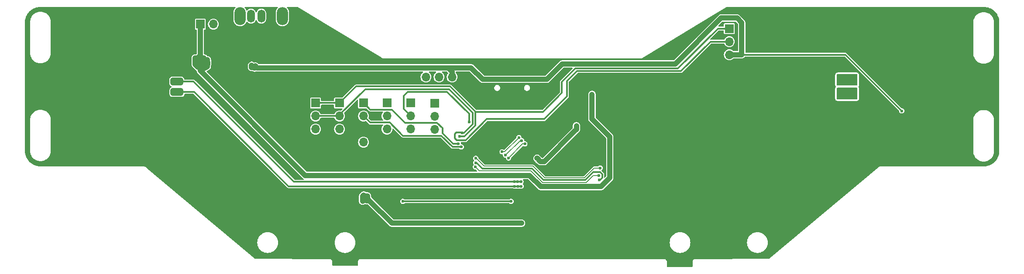
<source format=gbr>
%TF.GenerationSoftware,KiCad,Pcbnew,8.0.3*%
%TF.CreationDate,2024-10-06T13:34:10+03:00*%
%TF.ProjectId,Linefollower V6,4c696e65-666f-46c6-9c6f-776572205636,rev?*%
%TF.SameCoordinates,Original*%
%TF.FileFunction,Copper,L2,Bot*%
%TF.FilePolarity,Positive*%
%FSLAX46Y46*%
G04 Gerber Fmt 4.6, Leading zero omitted, Abs format (unit mm)*
G04 Created by KiCad (PCBNEW 8.0.3) date 2024-10-06 13:34:10*
%MOMM*%
%LPD*%
G01*
G04 APERTURE LIST*
G04 Aperture macros list*
%AMRoundRect*
0 Rectangle with rounded corners*
0 $1 Rounding radius*
0 $2 $3 $4 $5 $6 $7 $8 $9 X,Y pos of 4 corners*
0 Add a 4 corners polygon primitive as box body*
4,1,4,$2,$3,$4,$5,$6,$7,$8,$9,$2,$3,0*
0 Add four circle primitives for the rounded corners*
1,1,$1+$1,$2,$3*
1,1,$1+$1,$4,$5*
1,1,$1+$1,$6,$7*
1,1,$1+$1,$8,$9*
0 Add four rect primitives between the rounded corners*
20,1,$1+$1,$2,$3,$4,$5,0*
20,1,$1+$1,$4,$5,$6,$7,0*
20,1,$1+$1,$6,$7,$8,$9,0*
20,1,$1+$1,$8,$9,$2,$3,0*%
G04 Aperture macros list end*
%TA.AperFunction,ComponentPad*%
%ADD10R,1.700000X1.700000*%
%TD*%
%TA.AperFunction,ComponentPad*%
%ADD11O,1.700000X1.700000*%
%TD*%
%TA.AperFunction,ComponentPad*%
%ADD12O,2.200000X3.500000*%
%TD*%
%TA.AperFunction,ComponentPad*%
%ADD13R,1.500000X2.500000*%
%TD*%
%TA.AperFunction,ComponentPad*%
%ADD14O,1.500000X2.500000*%
%TD*%
%TA.AperFunction,HeatsinkPad*%
%ADD15C,0.500000*%
%TD*%
%TA.AperFunction,HeatsinkPad*%
%ADD16R,2.000000X3.500000*%
%TD*%
%TA.AperFunction,ComponentPad*%
%ADD17O,1.000000X2.100000*%
%TD*%
%TA.AperFunction,ComponentPad*%
%ADD18O,1.000000X1.600000*%
%TD*%
%TA.AperFunction,SMDPad,CuDef*%
%ADD19RoundRect,0.375000X0.875000X-0.375000X0.875000X0.375000X-0.875000X0.375000X-0.875000X-0.375000X0*%
%TD*%
%TA.AperFunction,ViaPad*%
%ADD20C,0.600000*%
%TD*%
%TA.AperFunction,ViaPad*%
%ADD21C,0.500000*%
%TD*%
%TA.AperFunction,Conductor*%
%ADD22C,1.000000*%
%TD*%
%TA.AperFunction,Conductor*%
%ADD23C,0.300000*%
%TD*%
%TA.AperFunction,Conductor*%
%ADD24C,0.200000*%
%TD*%
%TA.AperFunction,Conductor*%
%ADD25C,0.600000*%
%TD*%
G04 APERTURE END LIST*
D10*
%TO.P,J1,1,Pin_1*%
%TO.N,+BATT*%
X93215000Y-64353072D03*
D11*
%TO.P,J1,2,Pin_2*%
%TO.N,Net-(J1-Pin_2)*%
X95755000Y-64353072D03*
%TD*%
D12*
%TO.P,SW1,*%
%TO.N,*%
X109140000Y-62790572D03*
X100940000Y-62790572D03*
D13*
%TO.P,SW1,1,A*%
%TO.N,GND*%
X107040000Y-62790572D03*
D14*
%TO.P,SW1,2,B*%
%TO.N,Net-(J1-Pin_2)*%
X105040000Y-62790572D03*
%TO.P,SW1,3,C*%
%TO.N,unconnected-(SW1-C-Pad3)*%
X103040000Y-62790572D03*
%TD*%
D10*
%TO.P,J8,1,Pin_1*%
%TO.N,SDA*%
X120220625Y-79660572D03*
D11*
%TO.P,J8,2,Pin_2*%
%TO.N,SCL*%
X120220625Y-82200572D03*
%TO.P,J8,3,Pin_3*%
%TO.N,+3.3V*%
X120220625Y-84740572D03*
%TO.P,J8,4,Pin_4*%
%TO.N,GND*%
X120220625Y-87280572D03*
%TD*%
D10*
%TO.P,J10,1,Pin_1*%
%TO.N,/PC13*%
X129420625Y-79660572D03*
D11*
%TO.P,J10,2,Pin_2*%
%TO.N,/PC14*%
X129420625Y-82200572D03*
%TO.P,J10,3,Pin_3*%
%TO.N,+3.3V*%
X129420625Y-84740572D03*
%TO.P,J10,4,Pin_4*%
%TO.N,GND*%
X129420625Y-87280572D03*
%TD*%
D10*
%TO.P,J5,1,Pin_1*%
%TO.N,SDA*%
X195820625Y-65205572D03*
D11*
%TO.P,J5,2,Pin_2*%
%TO.N,SCL*%
X195820625Y-67745572D03*
%TO.P,J5,3,Pin_3*%
%TO.N,+3.3V*%
X195820625Y-70285572D03*
%TO.P,J5,4,Pin_4*%
%TO.N,GND*%
X195820625Y-72825572D03*
%TD*%
D10*
%TO.P,J11,1,Pin_1*%
%TO.N,/PC15*%
X134070625Y-79660572D03*
D11*
%TO.P,J11,2,Pin_2*%
%TO.N,/PA15*%
X134070625Y-82200572D03*
%TO.P,J11,3,Pin_3*%
%TO.N,+3.3V*%
X134070625Y-84740572D03*
%TO.P,J11,4,Pin_4*%
%TO.N,GND*%
X134070625Y-87280572D03*
%TD*%
D10*
%TO.P,J9,1,Pin_1*%
%TO.N,KillSW*%
X124870625Y-79660572D03*
D11*
%TO.P,J9,2,Pin_2*%
%TO.N,StartSW*%
X124870625Y-82200572D03*
%TO.P,J9,3,Pin_3*%
%TO.N,GND*%
X124870625Y-84740572D03*
%TO.P,J9,4,Pin_4*%
%TO.N,+3.3V*%
X124870625Y-87280572D03*
%TD*%
D15*
%TO.P,U4,17,GND*%
%TO.N,GND*%
X164566949Y-92846632D03*
X164566949Y-91346632D03*
X164566949Y-89846632D03*
D16*
X163816949Y-91346632D03*
D15*
X163066949Y-92846632D03*
X163066949Y-91346632D03*
X163066949Y-89846632D03*
%TD*%
D10*
%TO.P,J7,1,Pin_1*%
%TO.N,SDA*%
X115570625Y-79660572D03*
D11*
%TO.P,J7,2,Pin_2*%
%TO.N,SCL*%
X115570625Y-82200572D03*
%TO.P,J7,3,Pin_3*%
%TO.N,+3.3V*%
X115570625Y-84740572D03*
%TO.P,J7,4,Pin_4*%
%TO.N,GND*%
X115570625Y-87280572D03*
%TD*%
D10*
%TO.P,J3,1,Pin_1*%
%TO.N,GND*%
X134440000Y-74615572D03*
D11*
%TO.P,J3,2,Pin_2*%
%TO.N,SWCLK*%
X136980000Y-74615572D03*
%TO.P,J3,3,Pin_3*%
%TO.N,SWDIO*%
X139520000Y-74615572D03*
%TO.P,J3,4,Pin_4*%
%TO.N,+3.3V*%
X142060000Y-74615572D03*
%TD*%
D10*
%TO.P,J12,1,Pin_1*%
%TO.N,SCK*%
X138670625Y-79705572D03*
D11*
%TO.P,J12,2,Pin_2*%
%TO.N,MOSI*%
X138670625Y-82245572D03*
%TO.P,J12,3,Pin_3*%
%TO.N,MISO*%
X138670625Y-84785572D03*
%TO.P,J12,4,Pin_4*%
%TO.N,GND*%
X138670625Y-87325572D03*
%TD*%
D17*
%TO.P,J2,S1,SHIELD*%
%TO.N,GND*%
X158010000Y-77270572D03*
D18*
X158010000Y-73090572D03*
D17*
X149370000Y-77270572D03*
D18*
X149370000Y-73090572D03*
%TD*%
D19*
%TO.P,M1,1,+*%
%TO.N,Net-(M1-+)*%
X88688547Y-77540572D03*
%TO.P,M1,2,-*%
%TO.N,Net-(M1--)*%
X88663547Y-75490572D03*
%TD*%
%TO.P,M2,1,+*%
%TO.N,Net-(M2-+)*%
X218690000Y-77530572D03*
%TO.P,M2,2,-*%
%TO.N,Net-(M2--)*%
X218665000Y-75480572D03*
%TD*%
D20*
%TO.N,+BATT*%
X93345625Y-70930572D03*
X169195625Y-81155572D03*
X94595625Y-71280572D03*
X92195625Y-70905572D03*
X94570625Y-72605572D03*
X169195625Y-79555572D03*
X93920625Y-72655572D03*
X94645625Y-71980572D03*
X169195625Y-78755572D03*
X92745625Y-70905572D03*
X169195625Y-78005572D03*
X169195625Y-81955572D03*
X169195625Y-82780572D03*
X92745625Y-72705572D03*
X169195625Y-80355572D03*
X93920625Y-70905572D03*
X93345625Y-72705572D03*
%TO.N,GND*%
X135795625Y-92555572D03*
X122495625Y-92430572D03*
X167835000Y-74265572D03*
X156620625Y-84480572D03*
X136545625Y-92530572D03*
X160005000Y-77975572D03*
X118470625Y-96805572D03*
X104718632Y-92353579D03*
X96178943Y-83499245D03*
X156620625Y-83855572D03*
X150670625Y-83555572D03*
X97274958Y-84559905D03*
X162205000Y-77245572D03*
X116170625Y-96830572D03*
X157445625Y-105305572D03*
X96726950Y-84047252D03*
X159935000Y-76625572D03*
X159845625Y-105280572D03*
X127645625Y-96805572D03*
X159020625Y-105280572D03*
X103653943Y-81749245D03*
X138095625Y-92530572D03*
X111353943Y-89674245D03*
X104170625Y-91805572D03*
X104749958Y-82809905D03*
X111901950Y-90222252D03*
X126895625Y-96830572D03*
X161745000Y-78045572D03*
X150145625Y-88505572D03*
X149820625Y-90130572D03*
X167875000Y-77815572D03*
X112449958Y-90734905D03*
X95630936Y-82951238D03*
X103622618Y-91257565D03*
X156920625Y-85105572D03*
X98224958Y-76284905D03*
X123270625Y-92430572D03*
X96580936Y-74676238D03*
X116920625Y-96805572D03*
X97676950Y-75772252D03*
X137320625Y-92530572D03*
X167855000Y-75535572D03*
X103105936Y-81201238D03*
X166625000Y-76425572D03*
X158920000Y-92154417D03*
X128420625Y-96805572D03*
X124045625Y-92430572D03*
X121745625Y-92455572D03*
X101280000Y-68708072D03*
X102100000Y-68680572D03*
X158195625Y-105330572D03*
X117695625Y-96805572D03*
X160835000Y-76485572D03*
X150020625Y-83555572D03*
X157295625Y-84555572D03*
X155830000Y-90594417D03*
X159605000Y-77315572D03*
X105266640Y-92866232D03*
X97128943Y-75224245D03*
X167865000Y-76365572D03*
X166545000Y-74245572D03*
X156745625Y-105330572D03*
X100410000Y-68720572D03*
X161745000Y-76565572D03*
X166665000Y-77855572D03*
X129195625Y-96805572D03*
X150395625Y-90605572D03*
X110805936Y-89126238D03*
X150645625Y-89005572D03*
X157295625Y-83855572D03*
X166645000Y-75645572D03*
X104201950Y-82297252D03*
%TO.N,+3.3V*%
X104320625Y-73030572D03*
X125470625Y-98655572D03*
X126020625Y-98255572D03*
X153220625Y-103030572D03*
X103895625Y-72480572D03*
X124920625Y-97555572D03*
X229270625Y-81205572D03*
X125070625Y-98180572D03*
X103770625Y-73105572D03*
X124445625Y-98080572D03*
X155545625Y-103030572D03*
X103145625Y-72780572D03*
X103195625Y-72130572D03*
X124695625Y-98755572D03*
X154720625Y-103030572D03*
X125620625Y-97730572D03*
X153945625Y-103055572D03*
%TO.N,Net-(M1-+)*%
X154195625Y-95855572D03*
X155445625Y-95855572D03*
X154820625Y-95855572D03*
%TO.N,Net-(M1--)*%
X154170625Y-94955572D03*
X155420625Y-94955572D03*
X154795625Y-94955572D03*
%TO.N,Net-(M2-+)*%
X217695625Y-78630572D03*
X217070625Y-78130572D03*
X220295625Y-78055572D03*
X218720625Y-78630572D03*
X217070625Y-77405572D03*
X220295625Y-77355572D03*
X219795625Y-78630572D03*
%TO.N,Net-(M2--)*%
X220295625Y-75655572D03*
X218720625Y-74380572D03*
X219895625Y-74405572D03*
X217570625Y-74380572D03*
X220295625Y-74980572D03*
X217045625Y-75605572D03*
X217020625Y-74955572D03*
%TO.N,V_MOT*%
X166175000Y-84105572D03*
X166165000Y-84805572D03*
D21*
X158503845Y-90426155D03*
X160133845Y-91036155D03*
X159203845Y-91066155D03*
D20*
%TO.N,SDA*%
X143470625Y-86130572D03*
%TO.N,SCL*%
X144045625Y-85480572D03*
%TO.N,KillSW*%
X143270625Y-87555572D03*
%TO.N,StartSW*%
X143845625Y-88205572D03*
%TO.N,/PC14*%
X146620625Y-91280572D03*
X170570625Y-94630572D03*
%TO.N,/PC13*%
X170795625Y-92305572D03*
X146645625Y-90405572D03*
%TO.N,/PA15*%
X153495625Y-98780572D03*
X132495625Y-98780572D03*
X145370625Y-83330572D03*
%TO.N,/PC15*%
X146570625Y-92105572D03*
X170520625Y-93805572D03*
%TO.N,/LED_R*%
X152420625Y-89805572D03*
X155570625Y-86980572D03*
%TO.N,/LED_B*%
X153020625Y-90355572D03*
X156170625Y-87630572D03*
%TO.N,/LED_G*%
X154995625Y-86380572D03*
X151745625Y-89155572D03*
%TD*%
D22*
%TO.N,+BATT*%
X157070625Y-93755572D02*
X113570625Y-93755572D01*
X169195625Y-80355572D02*
X169195625Y-79555572D01*
X172645625Y-94230572D02*
X170945625Y-95930572D01*
X92195625Y-70905572D02*
X92745625Y-70905572D01*
X93920625Y-72655572D02*
X93345625Y-72705572D01*
X94570625Y-72605572D02*
X94645625Y-71980572D01*
X172645625Y-86230572D02*
X172645625Y-94230572D01*
X94595625Y-71280572D02*
X93920625Y-72655572D01*
X169195625Y-79555572D02*
X169195625Y-78755572D01*
X93345625Y-72705572D02*
X93345625Y-70930572D01*
X170945625Y-95930572D02*
X159245625Y-95930572D01*
X93215000Y-70436197D02*
X93215000Y-64353072D01*
X93345625Y-73305572D02*
X94570625Y-72605572D01*
X93920625Y-72655572D02*
X93920625Y-70905572D01*
X169195625Y-78755572D02*
X169195625Y-78005572D01*
X92745625Y-72705572D02*
X92745625Y-72705572D01*
X113570625Y-93755572D02*
X93215000Y-73399947D01*
X93215000Y-73174947D02*
X93345625Y-73305572D01*
X93345625Y-72705572D02*
X92745625Y-72705572D01*
X92195625Y-72155572D02*
X92195625Y-70905572D01*
X169195625Y-80355572D02*
X169195625Y-81155572D01*
X169195625Y-82780572D02*
X169195625Y-81955572D01*
X93215000Y-73399947D02*
X93215000Y-73174947D01*
X169195625Y-82780572D02*
X172645625Y-86230572D01*
X159245625Y-95930572D02*
X157070625Y-93755572D01*
X92745625Y-72705572D02*
X92745625Y-70905572D01*
X169195625Y-81155572D02*
X169195625Y-81955572D01*
X92745625Y-70905572D02*
X93215000Y-70436197D01*
X92745625Y-72705572D02*
X92195625Y-72155572D01*
X94645625Y-71980572D02*
X94595625Y-71280572D01*
%TO.N,GND*%
X129420625Y-87280572D02*
X138625625Y-87280572D01*
X115570625Y-87280572D02*
X120220625Y-87280572D01*
X124870625Y-84740572D02*
X126880625Y-84740572D01*
X126880625Y-84740572D02*
X129420625Y-87280572D01*
X122330625Y-87280572D02*
X124870625Y-84740572D01*
X120220625Y-87280572D02*
X122330625Y-87280572D01*
X138625625Y-87280572D02*
X138670625Y-87325572D01*
%TO.N,+3.3V*%
X140070625Y-72830572D02*
X104245625Y-72830572D01*
X141295625Y-72830572D02*
X140070625Y-72830572D01*
X155545625Y-103030572D02*
X130395625Y-103030572D01*
X140070625Y-72830572D02*
X145745625Y-72830572D01*
X163395625Y-72080572D02*
X185295625Y-72080572D01*
X103895625Y-72480572D02*
X103595625Y-72830572D01*
X103145625Y-72780572D02*
X103145625Y-72380572D01*
X197320625Y-63155572D02*
X198245625Y-64080572D01*
X125470625Y-98105572D02*
X125620625Y-98255572D01*
X145745625Y-72830572D02*
X147970625Y-75055572D01*
X160420625Y-75055572D02*
X163395625Y-72080572D01*
X124920625Y-97555572D02*
X124695625Y-97780572D01*
X103545625Y-72780572D02*
X103145625Y-72780572D01*
X125620625Y-97730572D02*
X125095625Y-97730572D01*
X125470625Y-98655572D02*
X125470625Y-98105572D01*
X124695625Y-97780572D02*
X124695625Y-98755572D01*
X194220625Y-63155572D02*
X197320625Y-63155572D01*
X142060000Y-73594947D02*
X141295625Y-72830572D01*
D23*
X229270625Y-81205572D02*
X218350625Y-70285572D01*
D22*
X142060000Y-74615572D02*
X142060000Y-73594947D01*
X104245625Y-72830572D02*
X103895625Y-72480572D01*
X198245625Y-64080572D02*
X198245625Y-70285572D01*
X130395625Y-103030572D02*
X126020625Y-98655572D01*
X126020625Y-98655572D02*
X125470625Y-98655572D01*
X125095625Y-97730572D02*
X124920625Y-97555572D01*
X125620625Y-98255572D02*
X125620625Y-97730572D01*
X198245625Y-70285572D02*
X195820625Y-70285572D01*
X185295625Y-72080572D02*
X194220625Y-63155572D01*
D23*
X218350625Y-70285572D02*
X195820625Y-70285572D01*
D22*
X147970625Y-75055572D02*
X160420625Y-75055572D01*
X103595625Y-72830572D02*
X103545625Y-72780572D01*
D23*
%TO.N,Net-(M1-+)*%
X92030625Y-77540572D02*
X88688547Y-77540572D01*
X110345625Y-95855572D02*
X92030625Y-77540572D01*
X154195625Y-95855572D02*
X155445625Y-95855572D01*
X154195625Y-95855572D02*
X110345625Y-95855572D01*
%TO.N,Net-(M1--)*%
X154170625Y-94955572D02*
X155420625Y-94955572D01*
X154170625Y-94955572D02*
X111370625Y-94955572D01*
X111370625Y-94955572D02*
X91905625Y-75490572D01*
X91905625Y-75490572D02*
X88663547Y-75490572D01*
D22*
%TO.N,V_MOT*%
X159203845Y-91066155D02*
X159904417Y-91066155D01*
X159904417Y-91066155D02*
X165802500Y-85168072D01*
X165802500Y-85168072D02*
X166175000Y-84795572D01*
X158503845Y-90426155D02*
X158563845Y-90426155D01*
D24*
X159203845Y-91066155D02*
X158513845Y-91066155D01*
D22*
X165802500Y-85168072D02*
X166165000Y-84805572D01*
D25*
X166175000Y-84795572D02*
X166165000Y-84805572D01*
D22*
X166175000Y-84795572D02*
X166175000Y-84105572D01*
D24*
X158513845Y-91066155D02*
X158503845Y-91056155D01*
D22*
X158563845Y-90426155D02*
X159203845Y-91066155D01*
D23*
%TO.N,SDA*%
X123425625Y-76455572D02*
X120220625Y-79660572D01*
X146545625Y-81330572D02*
X141670625Y-76455572D01*
X159695625Y-81380572D02*
X163345625Y-77730572D01*
X165945625Y-72955572D02*
X185845625Y-72955572D01*
X193595625Y-65205572D02*
X195820625Y-65205572D01*
X143470625Y-86130572D02*
X144420625Y-86130572D01*
X146545625Y-81530572D02*
X146695625Y-81380572D01*
X146545625Y-84005572D02*
X146545625Y-81530572D01*
X146695625Y-81380572D02*
X159695625Y-81380572D01*
X141670625Y-76455572D02*
X123425625Y-76455572D01*
X120220625Y-79660572D02*
X115570625Y-79660572D01*
X185845625Y-72955572D02*
X193595625Y-65205572D01*
X144420625Y-86130572D02*
X146545625Y-84005572D01*
X163345625Y-75555572D02*
X165945625Y-72955572D01*
X163345625Y-77730572D02*
X163345625Y-75555572D01*
X146545625Y-81530572D02*
X146545625Y-81330572D01*
%TO.N,SCL*%
X146045625Y-83755572D02*
X146045625Y-81580572D01*
X159945625Y-82805572D02*
X148770625Y-82805572D01*
X146045625Y-81580572D02*
X141445625Y-76980572D01*
X120220625Y-82080572D02*
X120220625Y-82200572D01*
X142870625Y-85430572D02*
X143995625Y-85430572D01*
X164345625Y-78405572D02*
X159945625Y-82805572D01*
X195820625Y-67745572D02*
X192155625Y-67745572D01*
X141445625Y-76980572D02*
X125195625Y-76980572D01*
X115570625Y-82200572D02*
X120220625Y-82200572D01*
X192155625Y-67745572D02*
X186420625Y-73480572D01*
X186420625Y-73480572D02*
X166245625Y-73480572D01*
X143995625Y-85430572D02*
X144045625Y-85480572D01*
X144320625Y-85480572D02*
X146045625Y-83755572D01*
X144695625Y-86880572D02*
X142920625Y-86880572D01*
X164345625Y-75380572D02*
X164345625Y-78405572D01*
X120220625Y-81955572D02*
X120220625Y-82200572D01*
X148770625Y-82805572D02*
X144695625Y-86880572D01*
X142570625Y-85730572D02*
X142870625Y-85430572D01*
X166245625Y-73480572D02*
X164345625Y-75380572D01*
X142920625Y-86880572D02*
X142570625Y-86530572D01*
X142570625Y-86530572D02*
X142570625Y-85730572D01*
X144045625Y-85480572D02*
X144320625Y-85480572D01*
X125195625Y-76980572D02*
X120220625Y-81955572D01*
%TO.N,KillSW*%
X130395625Y-80955572D02*
X126165625Y-80955572D01*
X126165625Y-80955572D02*
X124870625Y-79660572D01*
X142227731Y-87555572D02*
X140195625Y-85523466D01*
X139120625Y-83505572D02*
X132945625Y-83505572D01*
X132945625Y-83505572D02*
X130395625Y-80955572D01*
X143270625Y-87555572D02*
X142227731Y-87555572D01*
X140195625Y-84580572D02*
X139120625Y-83505572D01*
X140195625Y-85523466D02*
X140195625Y-84580572D01*
%TO.N,StartSW*%
X129970625Y-83480572D02*
X126150625Y-83480572D01*
X142170625Y-88205572D02*
X139995625Y-86030572D01*
X126150625Y-83480572D02*
X124870625Y-82200572D01*
X143845625Y-88205572D02*
X142170625Y-88205572D01*
X132520625Y-86030572D02*
X129970625Y-83480572D01*
X139995625Y-86030572D02*
X132520625Y-86030572D01*
%TO.N,/PC14*%
X167895625Y-94655572D02*
X159782021Y-94655572D01*
X169445625Y-93105572D02*
X167895625Y-94655572D01*
X147920625Y-92405572D02*
X146795625Y-91280572D01*
X170745625Y-94630572D02*
X171170625Y-94205572D01*
X170570625Y-94630572D02*
X170745625Y-94630572D01*
X157532021Y-92405572D02*
X147920625Y-92405572D01*
X170795625Y-93105572D02*
X169445625Y-93105572D01*
X159782021Y-94655572D02*
X157532021Y-92405572D01*
X171170625Y-93480572D02*
X170795625Y-93105572D01*
X146795625Y-91280572D02*
X146620625Y-91280572D01*
X171170625Y-94205572D02*
X171170625Y-93480572D01*
D24*
%TO.N,/PC13*%
X169595625Y-92305572D02*
X170795625Y-92305572D01*
X157745625Y-91955572D02*
X159995625Y-94205572D01*
X167695625Y-94205572D02*
X169595625Y-92305572D01*
X146645625Y-90405572D02*
X146745625Y-90405572D01*
X159995625Y-94205572D02*
X167695625Y-94205572D01*
X148295625Y-91955572D02*
X157745625Y-91955572D01*
X146745625Y-90405572D02*
X148295625Y-91955572D01*
D23*
%TO.N,/PA15*%
X132670625Y-78255572D02*
X132670625Y-80800572D01*
X141095625Y-77480572D02*
X133445625Y-77480572D01*
X132670625Y-80800572D02*
X134070625Y-82200572D01*
X133445625Y-77480572D02*
X132670625Y-78255572D01*
X153495625Y-98780572D02*
X132495625Y-98780572D01*
X145370625Y-81755572D02*
X141095625Y-77480572D01*
X145370625Y-83330572D02*
X145370625Y-81755572D01*
D24*
%TO.N,/PC15*%
X170520625Y-93805572D02*
X169395625Y-93805572D01*
X157345625Y-92855572D02*
X147320625Y-92855572D01*
X168070625Y-95130572D02*
X159620625Y-95130572D01*
X147320625Y-92855572D02*
X146570625Y-92105572D01*
X169395625Y-93805572D02*
X168070625Y-95130572D01*
X159620625Y-95130572D02*
X157345625Y-92855572D01*
%TO.N,/LED_R*%
X155245625Y-86980572D02*
X155570625Y-86980572D01*
X152420625Y-89805572D02*
X155245625Y-86980572D01*
%TO.N,/LED_B*%
X153020625Y-90355572D02*
X155745625Y-87630572D01*
X155745625Y-87630572D02*
X156170625Y-87630572D01*
%TO.N,/LED_G*%
X152220625Y-89155572D02*
X154995625Y-86380572D01*
X151745625Y-89155572D02*
X152220625Y-89155572D01*
%TD*%
%TA.AperFunction,Conductor*%
%TO.N,GND*%
G36*
X100017992Y-61010757D02*
G01*
X100063747Y-61063561D01*
X100073691Y-61132719D01*
X100044666Y-61196275D01*
X100038634Y-61202753D01*
X99948032Y-61293354D01*
X99948028Y-61293358D01*
X99827715Y-61458958D01*
X99734781Y-61641348D01*
X99671522Y-61836037D01*
X99639500Y-62038220D01*
X99639500Y-63542923D01*
X99671522Y-63745106D01*
X99734781Y-63939795D01*
X99827715Y-64122185D01*
X99948028Y-64287785D01*
X100092786Y-64432543D01*
X100247749Y-64545128D01*
X100258390Y-64552859D01*
X100374607Y-64612075D01*
X100440776Y-64645790D01*
X100440778Y-64645790D01*
X100440781Y-64645792D01*
X100545137Y-64679699D01*
X100635465Y-64709049D01*
X100736557Y-64725060D01*
X100837648Y-64741072D01*
X100837649Y-64741072D01*
X101042351Y-64741072D01*
X101042352Y-64741072D01*
X101244534Y-64709049D01*
X101439219Y-64645792D01*
X101621610Y-64552859D01*
X101714590Y-64485304D01*
X101787213Y-64432543D01*
X101787215Y-64432540D01*
X101787219Y-64432538D01*
X101931966Y-64287791D01*
X101931968Y-64287787D01*
X101931971Y-64287785D01*
X102052284Y-64122186D01*
X102052285Y-64122185D01*
X102052287Y-64122182D01*
X102135174Y-63959506D01*
X102183147Y-63908712D01*
X102250968Y-63891917D01*
X102317103Y-63914454D01*
X102333339Y-63928122D01*
X102434088Y-64028871D01*
X102434092Y-64028874D01*
X102589762Y-64132890D01*
X102589768Y-64132893D01*
X102589769Y-64132894D01*
X102762749Y-64204545D01*
X102946379Y-64241071D01*
X102946383Y-64241072D01*
X102946384Y-64241072D01*
X103133617Y-64241072D01*
X103133618Y-64241071D01*
X103317251Y-64204545D01*
X103490231Y-64132894D01*
X103645908Y-64028874D01*
X103778302Y-63896480D01*
X103882322Y-63740803D01*
X103906043Y-63683537D01*
X103925439Y-63636710D01*
X103969280Y-63582306D01*
X104035574Y-63560241D01*
X104103273Y-63577520D01*
X104150884Y-63628657D01*
X104154561Y-63636710D01*
X104197674Y-63740796D01*
X104197681Y-63740809D01*
X104301697Y-63896479D01*
X104301700Y-63896483D01*
X104434088Y-64028871D01*
X104434092Y-64028874D01*
X104589762Y-64132890D01*
X104589768Y-64132893D01*
X104589769Y-64132894D01*
X104762749Y-64204545D01*
X104946379Y-64241071D01*
X104946383Y-64241072D01*
X104946384Y-64241072D01*
X105133617Y-64241072D01*
X105133618Y-64241071D01*
X105317251Y-64204545D01*
X105490231Y-64132894D01*
X105645908Y-64028874D01*
X105778302Y-63896480D01*
X105882322Y-63740803D01*
X105953973Y-63567823D01*
X105990500Y-63384188D01*
X105990500Y-62196956D01*
X105953973Y-62013321D01*
X105882322Y-61840341D01*
X105882321Y-61840340D01*
X105882318Y-61840334D01*
X105778302Y-61684664D01*
X105778299Y-61684660D01*
X105645911Y-61552272D01*
X105645907Y-61552269D01*
X105490237Y-61448253D01*
X105490228Y-61448248D01*
X105317251Y-61376599D01*
X105317243Y-61376597D01*
X105133620Y-61340072D01*
X105133616Y-61340072D01*
X104946384Y-61340072D01*
X104946379Y-61340072D01*
X104762756Y-61376597D01*
X104762748Y-61376599D01*
X104589771Y-61448248D01*
X104589762Y-61448253D01*
X104434092Y-61552269D01*
X104434088Y-61552272D01*
X104301700Y-61684660D01*
X104301697Y-61684664D01*
X104197681Y-61840334D01*
X104197676Y-61840344D01*
X104154561Y-61944434D01*
X104110720Y-61998837D01*
X104044426Y-62020902D01*
X103976726Y-62003623D01*
X103929116Y-61952485D01*
X103925439Y-61944434D01*
X103882323Y-61840344D01*
X103882323Y-61840343D01*
X103882322Y-61840341D01*
X103882320Y-61840338D01*
X103882318Y-61840334D01*
X103778302Y-61684664D01*
X103778299Y-61684660D01*
X103645911Y-61552272D01*
X103645907Y-61552269D01*
X103490237Y-61448253D01*
X103490228Y-61448248D01*
X103317251Y-61376599D01*
X103317243Y-61376597D01*
X103133620Y-61340072D01*
X103133616Y-61340072D01*
X102946384Y-61340072D01*
X102946379Y-61340072D01*
X102762756Y-61376597D01*
X102762748Y-61376599D01*
X102589771Y-61448248D01*
X102589762Y-61448253D01*
X102434092Y-61552269D01*
X102333339Y-61653022D01*
X102272016Y-61686506D01*
X102202324Y-61681522D01*
X102146391Y-61639650D01*
X102135173Y-61621635D01*
X102105776Y-61563940D01*
X102052287Y-61458962D01*
X102052285Y-61458959D01*
X102052284Y-61458957D01*
X101931971Y-61293358D01*
X101841366Y-61202753D01*
X101807881Y-61141430D01*
X101812865Y-61071738D01*
X101854737Y-61015805D01*
X101920201Y-60991388D01*
X101929047Y-60991072D01*
X108150953Y-60991072D01*
X108217992Y-61010757D01*
X108263747Y-61063561D01*
X108273691Y-61132719D01*
X108244666Y-61196275D01*
X108238634Y-61202753D01*
X108148032Y-61293354D01*
X108148028Y-61293358D01*
X108027715Y-61458958D01*
X107934781Y-61641348D01*
X107871522Y-61836037D01*
X107839500Y-62038220D01*
X107839500Y-63542923D01*
X107871522Y-63745106D01*
X107934781Y-63939795D01*
X108027715Y-64122185D01*
X108148028Y-64287785D01*
X108292786Y-64432543D01*
X108447749Y-64545128D01*
X108458390Y-64552859D01*
X108574607Y-64612075D01*
X108640776Y-64645790D01*
X108640778Y-64645790D01*
X108640781Y-64645792D01*
X108745137Y-64679699D01*
X108835465Y-64709049D01*
X108936557Y-64725060D01*
X109037648Y-64741072D01*
X109037649Y-64741072D01*
X109242351Y-64741072D01*
X109242352Y-64741072D01*
X109444534Y-64709049D01*
X109639219Y-64645792D01*
X109821610Y-64552859D01*
X109914590Y-64485304D01*
X109987213Y-64432543D01*
X109987215Y-64432540D01*
X109987219Y-64432538D01*
X110131966Y-64287791D01*
X110131968Y-64287787D01*
X110131971Y-64287785D01*
X110187744Y-64211019D01*
X110252287Y-64122182D01*
X110345220Y-63939791D01*
X110408477Y-63745106D01*
X110440500Y-63542924D01*
X110440500Y-62038220D01*
X110431838Y-61983530D01*
X110408477Y-61836037D01*
X110379127Y-61745709D01*
X110345220Y-61641353D01*
X110345218Y-61641350D01*
X110345218Y-61641348D01*
X110305776Y-61563940D01*
X110252287Y-61458962D01*
X110232807Y-61432150D01*
X110131971Y-61293358D01*
X110041366Y-61202753D01*
X110007881Y-61141430D01*
X110012865Y-61071738D01*
X110054737Y-61015805D01*
X110120201Y-60991388D01*
X110129047Y-60991072D01*
X112014200Y-60991072D01*
X112078430Y-61009003D01*
X116866996Y-63908712D01*
X128366178Y-70872024D01*
X128380189Y-70880508D01*
X128391448Y-70888203D01*
X128395183Y-70891069D01*
X128395186Y-70891072D01*
X128421648Y-70906350D01*
X128446604Y-70920758D01*
X128448833Y-70922076D01*
X128471511Y-70935808D01*
X128499614Y-70952826D01*
X128499617Y-70952827D01*
X128503903Y-70954708D01*
X128504174Y-70954845D01*
X128504695Y-70955067D01*
X128504958Y-70955160D01*
X128509313Y-70956964D01*
X128517483Y-70959153D01*
X128566707Y-70972342D01*
X128569135Y-70973020D01*
X128626167Y-70989587D01*
X128626174Y-70989587D01*
X128630795Y-70990294D01*
X128631091Y-70990356D01*
X128631661Y-70990437D01*
X128631959Y-70990460D01*
X128636605Y-70991072D01*
X128636608Y-70991072D01*
X128695966Y-70991072D01*
X128698555Y-70991098D01*
X128757922Y-70992339D01*
X128762605Y-70991822D01*
X128776221Y-70991072D01*
X178603769Y-70991072D01*
X178617371Y-70991820D01*
X178622110Y-70992342D01*
X178622117Y-70992344D01*
X178680871Y-70991111D01*
X178681486Y-70991099D01*
X178684085Y-70991072D01*
X178743389Y-70991072D01*
X178743392Y-70991072D01*
X178743394Y-70991071D01*
X178748088Y-70990453D01*
X178748396Y-70990429D01*
X178748891Y-70990359D01*
X178749177Y-70990299D01*
X178753862Y-70989581D01*
X178753872Y-70989581D01*
X178810942Y-70972997D01*
X178813295Y-70972340D01*
X178870686Y-70956964D01*
X178870691Y-70956960D01*
X178875085Y-70955142D01*
X178875355Y-70955047D01*
X178875797Y-70954858D01*
X178876070Y-70954720D01*
X178880410Y-70952814D01*
X178880422Y-70952811D01*
X178931281Y-70922006D01*
X178933321Y-70920799D01*
X178984814Y-70891072D01*
X178984822Y-70891063D01*
X178988586Y-70888176D01*
X178999834Y-70880487D01*
X193495023Y-62101403D01*
X195298682Y-61009008D01*
X195362920Y-60991072D01*
X245185292Y-60991072D01*
X245191783Y-60991242D01*
X245495601Y-61007167D01*
X245508475Y-61008521D01*
X245805761Y-61055610D01*
X245818437Y-61058304D01*
X246109160Y-61136207D01*
X246121475Y-61140208D01*
X246402478Y-61248077D01*
X246414327Y-61253353D01*
X246682503Y-61389998D01*
X246693716Y-61396472D01*
X246946142Y-61560401D01*
X246956637Y-61568026D01*
X247190536Y-61757435D01*
X247200181Y-61766120D01*
X247412993Y-61978933D01*
X247421678Y-61988579D01*
X247611078Y-62222470D01*
X247618707Y-62232970D01*
X247782628Y-62485386D01*
X247789110Y-62496613D01*
X247827489Y-62571934D01*
X247925752Y-62764786D01*
X247931031Y-62776643D01*
X248038887Y-63057615D01*
X248042898Y-63069959D01*
X248120797Y-63360676D01*
X248123495Y-63373372D01*
X248170576Y-63670622D01*
X248171933Y-63683529D01*
X248187877Y-63987703D01*
X248188047Y-63994194D01*
X248188047Y-88987273D01*
X248187877Y-88993772D01*
X248171933Y-89297576D01*
X248170575Y-89310483D01*
X248123475Y-89607734D01*
X248120776Y-89620428D01*
X248042865Y-89911135D01*
X248038854Y-89923477D01*
X247930989Y-90204440D01*
X247925710Y-90216296D01*
X247789066Y-90484454D01*
X247782577Y-90495694D01*
X247618650Y-90748107D01*
X247611021Y-90758606D01*
X247421616Y-90992494D01*
X247412932Y-91002138D01*
X247200124Y-91214945D01*
X247190479Y-91223630D01*
X246956582Y-91413037D01*
X246946083Y-91420665D01*
X246693676Y-91584586D01*
X246682437Y-91591075D01*
X246414280Y-91727717D01*
X246402424Y-91732996D01*
X246121455Y-91840862D01*
X246109112Y-91844873D01*
X245818409Y-91922781D01*
X245805715Y-91925480D01*
X245508463Y-91972577D01*
X245495556Y-91973935D01*
X245415062Y-91978159D01*
X245191262Y-91989902D01*
X245184790Y-91990072D01*
X225216155Y-91990072D01*
X225205215Y-91989588D01*
X225167072Y-91986209D01*
X225167062Y-91986210D01*
X225155645Y-91988211D01*
X225134242Y-91990072D01*
X225122653Y-91990072D01*
X225085666Y-91999982D01*
X225074983Y-92002344D01*
X225037258Y-92008955D01*
X225026743Y-92013845D01*
X225006565Y-92021177D01*
X225004284Y-92021788D01*
X224995355Y-92024181D01*
X224962198Y-92043325D01*
X224952488Y-92048374D01*
X224917760Y-92064523D01*
X224908870Y-92071967D01*
X224891277Y-92084272D01*
X224881235Y-92090070D01*
X224881229Y-92090074D01*
X224854145Y-92117157D01*
X224846072Y-92124546D01*
X203547400Y-109957630D01*
X203483362Y-109985575D01*
X203467924Y-109986556D01*
X189199924Y-110001322D01*
X189134715Y-110001322D01*
X189134551Y-110001344D01*
X189134224Y-110001387D01*
X189071127Y-110018363D01*
X189070488Y-110018535D01*
X189028064Y-110029903D01*
X189007430Y-110035432D01*
X189007408Y-110035442D01*
X189007097Y-110035571D01*
X189006960Y-110035627D01*
X188949967Y-110068610D01*
X188949890Y-110068654D01*
X188893311Y-110101322D01*
X188893309Y-110101323D01*
X188893293Y-110101333D01*
X188893208Y-110101399D01*
X188892904Y-110101632D01*
X188846682Y-110147950D01*
X188800118Y-110194514D01*
X188800095Y-110194545D01*
X188799926Y-110194765D01*
X188799811Y-110194914D01*
X188767078Y-110251744D01*
X188767016Y-110251853D01*
X188734222Y-110308654D01*
X188734037Y-110309101D01*
X188717069Y-110372687D01*
X188717037Y-110372807D01*
X188700123Y-110435932D01*
X188700115Y-110435996D01*
X188700057Y-110436434D01*
X188700125Y-110502341D01*
X188700125Y-111418125D01*
X188680440Y-111485164D01*
X188627636Y-111530919D01*
X188575634Y-111542124D01*
X183824634Y-111523310D01*
X183757673Y-111503360D01*
X183712128Y-111450375D01*
X183701125Y-111399311D01*
X183701125Y-110435932D01*
X183701125Y-110435930D01*
X183667017Y-110308636D01*
X183601125Y-110194508D01*
X183507939Y-110101322D01*
X183450787Y-110068325D01*
X183393812Y-110035430D01*
X183330115Y-110018363D01*
X183266517Y-110001322D01*
X124366517Y-110001322D01*
X124234733Y-110001322D01*
X124107437Y-110035430D01*
X123993311Y-110101322D01*
X123993308Y-110101324D01*
X123900127Y-110194505D01*
X123900125Y-110194508D01*
X123834233Y-110308634D01*
X123800125Y-110435930D01*
X123800125Y-111161096D01*
X123780440Y-111228135D01*
X123727636Y-111273890D01*
X123675634Y-111285095D01*
X118924634Y-111266280D01*
X118857673Y-111246330D01*
X118812128Y-111193345D01*
X118801125Y-111142281D01*
X118801125Y-110502337D01*
X118801125Y-110502269D01*
X118801193Y-110436444D01*
X118801191Y-110436436D01*
X118801126Y-110435936D01*
X118801125Y-110435932D01*
X118801125Y-110435930D01*
X118784195Y-110372747D01*
X118767215Y-110309115D01*
X118767211Y-110309108D01*
X118767013Y-110308627D01*
X118734361Y-110252074D01*
X118734296Y-110251962D01*
X118734233Y-110251853D01*
X118701441Y-110194919D01*
X118701440Y-110194918D01*
X118701436Y-110194911D01*
X118701410Y-110194877D01*
X118701134Y-110194516D01*
X118654985Y-110148368D01*
X118654921Y-110148252D01*
X118654896Y-110148278D01*
X118608350Y-110101638D01*
X118607992Y-110101363D01*
X118607939Y-110101322D01*
X118550897Y-110068389D01*
X118494290Y-110035629D01*
X118494289Y-110035628D01*
X118494283Y-110035625D01*
X118494235Y-110035605D01*
X118493819Y-110035432D01*
X118430239Y-110018396D01*
X118391747Y-110008040D01*
X118367017Y-110001386D01*
X118366899Y-110001371D01*
X118366527Y-110001322D01*
X118366517Y-110001322D01*
X118300817Y-110001322D01*
X103921969Y-109986555D01*
X103854949Y-109966802D01*
X103842524Y-109957656D01*
X100075618Y-106805570D01*
X104265015Y-106805570D01*
X104265015Y-106805573D01*
X104285429Y-107091005D01*
X104346253Y-107370609D01*
X104446260Y-107638738D01*
X104583395Y-107889881D01*
X104583400Y-107889889D01*
X104754879Y-108118959D01*
X104754895Y-108118977D01*
X104957219Y-108321301D01*
X104957237Y-108321317D01*
X105186307Y-108492796D01*
X105186315Y-108492801D01*
X105437458Y-108629936D01*
X105437457Y-108629936D01*
X105437461Y-108629937D01*
X105437464Y-108629939D01*
X105705579Y-108729941D01*
X105705585Y-108729942D01*
X105705587Y-108729943D01*
X105985191Y-108790767D01*
X105985193Y-108790767D01*
X105985197Y-108790768D01*
X106238845Y-108808909D01*
X106270624Y-108811182D01*
X106270625Y-108811182D01*
X106270626Y-108811182D01*
X106299220Y-108809136D01*
X106556053Y-108790768D01*
X106835671Y-108729941D01*
X107103786Y-108629939D01*
X107354940Y-108492798D01*
X107584020Y-108321311D01*
X107786364Y-108118967D01*
X107957851Y-107889887D01*
X108094992Y-107638733D01*
X108194994Y-107370618D01*
X108255821Y-107091000D01*
X108276235Y-106805572D01*
X108276235Y-106805570D01*
X119265015Y-106805570D01*
X119265015Y-106805573D01*
X119285429Y-107091005D01*
X119346253Y-107370609D01*
X119446260Y-107638738D01*
X119583395Y-107889881D01*
X119583400Y-107889889D01*
X119754879Y-108118959D01*
X119754895Y-108118977D01*
X119957219Y-108321301D01*
X119957237Y-108321317D01*
X120186307Y-108492796D01*
X120186315Y-108492801D01*
X120437458Y-108629936D01*
X120437457Y-108629936D01*
X120437461Y-108629937D01*
X120437464Y-108629939D01*
X120705579Y-108729941D01*
X120705585Y-108729942D01*
X120705587Y-108729943D01*
X120985191Y-108790767D01*
X120985193Y-108790767D01*
X120985197Y-108790768D01*
X121238845Y-108808909D01*
X121270624Y-108811182D01*
X121270625Y-108811182D01*
X121270626Y-108811182D01*
X121299220Y-108809136D01*
X121556053Y-108790768D01*
X121835671Y-108729941D01*
X122103786Y-108629939D01*
X122354940Y-108492798D01*
X122584020Y-108321311D01*
X122786364Y-108118967D01*
X122957851Y-107889887D01*
X123094992Y-107638733D01*
X123194994Y-107370618D01*
X123255821Y-107091000D01*
X123276235Y-106805572D01*
X123276235Y-106805570D01*
X184265015Y-106805570D01*
X184265015Y-106805573D01*
X184285429Y-107091005D01*
X184346253Y-107370609D01*
X184446260Y-107638738D01*
X184583395Y-107889881D01*
X184583400Y-107889889D01*
X184754879Y-108118959D01*
X184754895Y-108118977D01*
X184957219Y-108321301D01*
X184957237Y-108321317D01*
X185186307Y-108492796D01*
X185186315Y-108492801D01*
X185437458Y-108629936D01*
X185437457Y-108629936D01*
X185437461Y-108629937D01*
X185437464Y-108629939D01*
X185705579Y-108729941D01*
X185705585Y-108729942D01*
X185705587Y-108729943D01*
X185985191Y-108790767D01*
X185985193Y-108790767D01*
X185985197Y-108790768D01*
X186238845Y-108808909D01*
X186270624Y-108811182D01*
X186270625Y-108811182D01*
X186270626Y-108811182D01*
X186299220Y-108809136D01*
X186556053Y-108790768D01*
X186835671Y-108729941D01*
X187103786Y-108629939D01*
X187354940Y-108492798D01*
X187584020Y-108321311D01*
X187786364Y-108118967D01*
X187957851Y-107889887D01*
X188094992Y-107638733D01*
X188194994Y-107370618D01*
X188255821Y-107091000D01*
X188276235Y-106805572D01*
X188276235Y-106805570D01*
X199265015Y-106805570D01*
X199265015Y-106805573D01*
X199285429Y-107091005D01*
X199346253Y-107370609D01*
X199446260Y-107638738D01*
X199583395Y-107889881D01*
X199583400Y-107889889D01*
X199754879Y-108118959D01*
X199754895Y-108118977D01*
X199957219Y-108321301D01*
X199957237Y-108321317D01*
X200186307Y-108492796D01*
X200186315Y-108492801D01*
X200437458Y-108629936D01*
X200437457Y-108629936D01*
X200437461Y-108629937D01*
X200437464Y-108629939D01*
X200705579Y-108729941D01*
X200705585Y-108729942D01*
X200705587Y-108729943D01*
X200985191Y-108790767D01*
X200985193Y-108790767D01*
X200985197Y-108790768D01*
X201238845Y-108808909D01*
X201270624Y-108811182D01*
X201270625Y-108811182D01*
X201270626Y-108811182D01*
X201299220Y-108809136D01*
X201556053Y-108790768D01*
X201835671Y-108729941D01*
X202103786Y-108629939D01*
X202354940Y-108492798D01*
X202584020Y-108321311D01*
X202786364Y-108118967D01*
X202957851Y-107889887D01*
X203094992Y-107638733D01*
X203194994Y-107370618D01*
X203255821Y-107091000D01*
X203276235Y-106805572D01*
X203255821Y-106520144D01*
X203194994Y-106240526D01*
X203094992Y-105972411D01*
X203014650Y-105825277D01*
X202957854Y-105721262D01*
X202957849Y-105721254D01*
X202786370Y-105492184D01*
X202786354Y-105492166D01*
X202584030Y-105289842D01*
X202584012Y-105289826D01*
X202354942Y-105118347D01*
X202354934Y-105118342D01*
X202103791Y-104981207D01*
X202103792Y-104981207D01*
X201996540Y-104941204D01*
X201835671Y-104881203D01*
X201835668Y-104881202D01*
X201835662Y-104881200D01*
X201556058Y-104820376D01*
X201270626Y-104799962D01*
X201270624Y-104799962D01*
X200985191Y-104820376D01*
X200705587Y-104881200D01*
X200437458Y-104981207D01*
X200186315Y-105118342D01*
X200186307Y-105118347D01*
X199957237Y-105289826D01*
X199957219Y-105289842D01*
X199754895Y-105492166D01*
X199754879Y-105492184D01*
X199583400Y-105721254D01*
X199583395Y-105721262D01*
X199446260Y-105972405D01*
X199346253Y-106240534D01*
X199285429Y-106520138D01*
X199265015Y-106805570D01*
X188276235Y-106805570D01*
X188255821Y-106520144D01*
X188194994Y-106240526D01*
X188094992Y-105972411D01*
X188014650Y-105825277D01*
X187957854Y-105721262D01*
X187957849Y-105721254D01*
X187786370Y-105492184D01*
X187786354Y-105492166D01*
X187584030Y-105289842D01*
X187584012Y-105289826D01*
X187354942Y-105118347D01*
X187354934Y-105118342D01*
X187103791Y-104981207D01*
X187103792Y-104981207D01*
X186996540Y-104941204D01*
X186835671Y-104881203D01*
X186835668Y-104881202D01*
X186835662Y-104881200D01*
X186556058Y-104820376D01*
X186270626Y-104799962D01*
X186270624Y-104799962D01*
X185985191Y-104820376D01*
X185705587Y-104881200D01*
X185437458Y-104981207D01*
X185186315Y-105118342D01*
X185186307Y-105118347D01*
X184957237Y-105289826D01*
X184957219Y-105289842D01*
X184754895Y-105492166D01*
X184754879Y-105492184D01*
X184583400Y-105721254D01*
X184583395Y-105721262D01*
X184446260Y-105972405D01*
X184346253Y-106240534D01*
X184285429Y-106520138D01*
X184265015Y-106805570D01*
X123276235Y-106805570D01*
X123255821Y-106520144D01*
X123194994Y-106240526D01*
X123094992Y-105972411D01*
X123014650Y-105825277D01*
X122957854Y-105721262D01*
X122957849Y-105721254D01*
X122786370Y-105492184D01*
X122786354Y-105492166D01*
X122584030Y-105289842D01*
X122584012Y-105289826D01*
X122354942Y-105118347D01*
X122354934Y-105118342D01*
X122103791Y-104981207D01*
X122103792Y-104981207D01*
X121996540Y-104941204D01*
X121835671Y-104881203D01*
X121835668Y-104881202D01*
X121835662Y-104881200D01*
X121556058Y-104820376D01*
X121270626Y-104799962D01*
X121270624Y-104799962D01*
X120985191Y-104820376D01*
X120705587Y-104881200D01*
X120437458Y-104981207D01*
X120186315Y-105118342D01*
X120186307Y-105118347D01*
X119957237Y-105289826D01*
X119957219Y-105289842D01*
X119754895Y-105492166D01*
X119754879Y-105492184D01*
X119583400Y-105721254D01*
X119583395Y-105721262D01*
X119446260Y-105972405D01*
X119346253Y-106240534D01*
X119285429Y-106520138D01*
X119265015Y-106805570D01*
X108276235Y-106805570D01*
X108255821Y-106520144D01*
X108194994Y-106240526D01*
X108094992Y-105972411D01*
X108014650Y-105825277D01*
X107957854Y-105721262D01*
X107957849Y-105721254D01*
X107786370Y-105492184D01*
X107786354Y-105492166D01*
X107584030Y-105289842D01*
X107584012Y-105289826D01*
X107354942Y-105118347D01*
X107354934Y-105118342D01*
X107103791Y-104981207D01*
X107103792Y-104981207D01*
X106996540Y-104941204D01*
X106835671Y-104881203D01*
X106835668Y-104881202D01*
X106835662Y-104881200D01*
X106556058Y-104820376D01*
X106270626Y-104799962D01*
X106270624Y-104799962D01*
X105985191Y-104820376D01*
X105705587Y-104881200D01*
X105437458Y-104981207D01*
X105186315Y-105118342D01*
X105186307Y-105118347D01*
X104957237Y-105289826D01*
X104957219Y-105289842D01*
X104754895Y-105492166D01*
X104754879Y-105492184D01*
X104583400Y-105721254D01*
X104583395Y-105721262D01*
X104446260Y-105972405D01*
X104346253Y-106240534D01*
X104285429Y-106520138D01*
X104265015Y-106805570D01*
X100075618Y-106805570D01*
X89648792Y-98080572D01*
X123939978Y-98080572D01*
X123960459Y-98223025D01*
X123960459Y-98223026D01*
X123960459Y-98223027D01*
X123960460Y-98223029D01*
X123983919Y-98274397D01*
X123995125Y-98325907D01*
X123995125Y-98824565D01*
X123995125Y-98824567D01*
X123995124Y-98824567D01*
X124022043Y-98959894D01*
X124022046Y-98959904D01*
X124074846Y-99087376D01*
X124074853Y-99087389D01*
X124151510Y-99202113D01*
X124151513Y-99202117D01*
X124249079Y-99299683D01*
X124249083Y-99299686D01*
X124363807Y-99376343D01*
X124363820Y-99376350D01*
X124491292Y-99429150D01*
X124491297Y-99429152D01*
X124491301Y-99429152D01*
X124491302Y-99429153D01*
X124626629Y-99456072D01*
X124626632Y-99456072D01*
X124764620Y-99456072D01*
X124855666Y-99437961D01*
X124899953Y-99429152D01*
X125027436Y-99376347D01*
X125027441Y-99376343D01*
X125027444Y-99376342D01*
X125064977Y-99351262D01*
X125107337Y-99322958D01*
X125174013Y-99302080D01*
X125223682Y-99311500D01*
X125266291Y-99329150D01*
X125266294Y-99329150D01*
X125266297Y-99329152D01*
X125266301Y-99329152D01*
X125266302Y-99329153D01*
X125401629Y-99356072D01*
X125401632Y-99356072D01*
X125679106Y-99356072D01*
X125746145Y-99375757D01*
X125766787Y-99392391D01*
X129851511Y-103477114D01*
X129949080Y-103574683D01*
X129949084Y-103574687D01*
X130063807Y-103651343D01*
X130063811Y-103651345D01*
X130063814Y-103651347D01*
X130138491Y-103682279D01*
X130138492Y-103682279D01*
X130138494Y-103682281D01*
X130191291Y-103704150D01*
X130191296Y-103704152D01*
X130191305Y-103704153D01*
X130191306Y-103704154D01*
X130218170Y-103709497D01*
X130218176Y-103709498D01*
X130218216Y-103709506D01*
X130308562Y-103727477D01*
X130326631Y-103731072D01*
X130326632Y-103731072D01*
X155614620Y-103731072D01*
X155705666Y-103712961D01*
X155749953Y-103704152D01*
X155877436Y-103651347D01*
X155992167Y-103574686D01*
X156089739Y-103477114D01*
X156166400Y-103362383D01*
X156219205Y-103234900D01*
X156246125Y-103099565D01*
X156246125Y-102961579D01*
X156246125Y-102961576D01*
X156219206Y-102826249D01*
X156219205Y-102826248D01*
X156219205Y-102826244D01*
X156219203Y-102826239D01*
X156166403Y-102698767D01*
X156166396Y-102698754D01*
X156089739Y-102584030D01*
X156089736Y-102584026D01*
X155992170Y-102486460D01*
X155992166Y-102486457D01*
X155877442Y-102409800D01*
X155877429Y-102409793D01*
X155749957Y-102356993D01*
X155749947Y-102356990D01*
X155614620Y-102330072D01*
X155614618Y-102330072D01*
X130737143Y-102330072D01*
X130670104Y-102310387D01*
X130649462Y-102293753D01*
X127136282Y-98780572D01*
X131989978Y-98780572D01*
X132010459Y-98923028D01*
X132027300Y-98959904D01*
X132070248Y-99053945D01*
X132164497Y-99162715D01*
X132285572Y-99240525D01*
X132285575Y-99240526D01*
X132285574Y-99240526D01*
X132423661Y-99281071D01*
X132423663Y-99281072D01*
X132423664Y-99281072D01*
X132567587Y-99281072D01*
X132567587Y-99281071D01*
X132705678Y-99240525D01*
X132826753Y-99162715D01*
X132826761Y-99162705D01*
X132828313Y-99161362D01*
X132830197Y-99160501D01*
X132834214Y-99157920D01*
X132834585Y-99158497D01*
X132891868Y-99132335D01*
X132909520Y-99131072D01*
X153081730Y-99131072D01*
X153148769Y-99150757D01*
X153162937Y-99161362D01*
X153164491Y-99162709D01*
X153164497Y-99162715D01*
X153285572Y-99240525D01*
X153285575Y-99240526D01*
X153285574Y-99240526D01*
X153423661Y-99281071D01*
X153423663Y-99281072D01*
X153423664Y-99281072D01*
X153567587Y-99281072D01*
X153567587Y-99281071D01*
X153705678Y-99240525D01*
X153826753Y-99162715D01*
X153921002Y-99053945D01*
X153980790Y-98923029D01*
X154001272Y-98780572D01*
X153980790Y-98638115D01*
X153921002Y-98507199D01*
X153826753Y-98398429D01*
X153705678Y-98320619D01*
X153705676Y-98320618D01*
X153705674Y-98320617D01*
X153705675Y-98320617D01*
X153567588Y-98280072D01*
X153567586Y-98280072D01*
X153423664Y-98280072D01*
X153423661Y-98280072D01*
X153285574Y-98320617D01*
X153164501Y-98398426D01*
X153164499Y-98398427D01*
X153164497Y-98398429D01*
X153164495Y-98398430D01*
X153162937Y-98399782D01*
X153161052Y-98400642D01*
X153157036Y-98403224D01*
X153156664Y-98402646D01*
X153099382Y-98428809D01*
X153081730Y-98430072D01*
X132909520Y-98430072D01*
X132842481Y-98410387D01*
X132828313Y-98399782D01*
X132826757Y-98398434D01*
X132826753Y-98398429D01*
X132705678Y-98320619D01*
X132705676Y-98320618D01*
X132705674Y-98320617D01*
X132705675Y-98320617D01*
X132567588Y-98280072D01*
X132567586Y-98280072D01*
X132423664Y-98280072D01*
X132423661Y-98280072D01*
X132285574Y-98320617D01*
X132164498Y-98398428D01*
X132164497Y-98398428D01*
X132164497Y-98398429D01*
X132160843Y-98402646D01*
X132070248Y-98507198D01*
X132070247Y-98507200D01*
X132010459Y-98638115D01*
X131989978Y-98780572D01*
X127136282Y-98780572D01*
X126541180Y-98185470D01*
X126507695Y-98124147D01*
X126506122Y-98115427D01*
X126505790Y-98113117D01*
X126505790Y-98113115D01*
X126490928Y-98080572D01*
X126446004Y-97982202D01*
X126445999Y-97982194D01*
X126351412Y-97873034D01*
X126322387Y-97809478D01*
X126321125Y-97791832D01*
X126321125Y-97661576D01*
X126294206Y-97526249D01*
X126294205Y-97526248D01*
X126294205Y-97526244D01*
X126262111Y-97448761D01*
X126241403Y-97398767D01*
X126241396Y-97398754D01*
X126164739Y-97284030D01*
X126164736Y-97284026D01*
X126067170Y-97186460D01*
X126067166Y-97186457D01*
X125952442Y-97109800D01*
X125952429Y-97109793D01*
X125824957Y-97056993D01*
X125824947Y-97056990D01*
X125689620Y-97030072D01*
X125689618Y-97030072D01*
X125432641Y-97030072D01*
X125365602Y-97010387D01*
X125363751Y-97009174D01*
X125252438Y-96934797D01*
X125252434Y-96934795D01*
X125124957Y-96881993D01*
X125124947Y-96881990D01*
X124989621Y-96855072D01*
X124989619Y-96855072D01*
X124851631Y-96855072D01*
X124851629Y-96855072D01*
X124716302Y-96881990D01*
X124716292Y-96881993D01*
X124588817Y-96934794D01*
X124474079Y-97011459D01*
X124151512Y-97334026D01*
X124074847Y-97448764D01*
X124022046Y-97576239D01*
X124022043Y-97576251D01*
X123998438Y-97694920D01*
X123998438Y-97694926D01*
X123995125Y-97711579D01*
X123995125Y-97711582D01*
X123995125Y-97835235D01*
X123983919Y-97886746D01*
X123960460Y-97938113D01*
X123960459Y-97938114D01*
X123939978Y-98080572D01*
X89648792Y-98080572D01*
X83295935Y-92764605D01*
X82530981Y-92124504D01*
X82522876Y-92117087D01*
X82495863Y-92090074D01*
X82495861Y-92090072D01*
X82495236Y-92089711D01*
X82485740Y-92084228D01*
X82468167Y-92071942D01*
X82459209Y-92064446D01*
X82459207Y-92064445D01*
X82459206Y-92064444D01*
X82424556Y-92048343D01*
X82414826Y-92043285D01*
X82384106Y-92025550D01*
X82381733Y-92024180D01*
X82381732Y-92024179D01*
X82370441Y-92021153D01*
X82350295Y-92013835D01*
X82339702Y-92008913D01*
X82339691Y-92008910D01*
X82302058Y-92002327D01*
X82291332Y-91999957D01*
X82254441Y-91990072D01*
X82254439Y-91990072D01*
X82242756Y-91990072D01*
X82221390Y-91988217D01*
X82218694Y-91987745D01*
X82209879Y-91986203D01*
X82175076Y-91989296D01*
X82171829Y-91989585D01*
X82160855Y-91990072D01*
X62262042Y-91990072D01*
X62262026Y-91990071D01*
X62191782Y-91990071D01*
X62185294Y-91989901D01*
X61881500Y-91973984D01*
X61868591Y-91972628D01*
X61571318Y-91925548D01*
X61558623Y-91922849D01*
X61331747Y-91862060D01*
X61267912Y-91844957D01*
X61255574Y-91840948D01*
X61062030Y-91766655D01*
X60974592Y-91733091D01*
X60962735Y-91727812D01*
X60694576Y-91591181D01*
X60683335Y-91584691D01*
X60430907Y-91420764D01*
X60420407Y-91413135D01*
X60186520Y-91223739D01*
X60176874Y-91215054D01*
X59964059Y-91002240D01*
X59955374Y-90992595D01*
X59938202Y-90971390D01*
X59765964Y-90758694D01*
X59758335Y-90748193D01*
X59594422Y-90495788D01*
X59587932Y-90484548D01*
X59475106Y-90263115D01*
X59451290Y-90216373D01*
X59446012Y-90204517D01*
X59338156Y-89923540D01*
X59334147Y-89911201D01*
X59256247Y-89620472D01*
X59253554Y-89607796D01*
X59206473Y-89310531D01*
X59205117Y-89297625D01*
X59205114Y-89297576D01*
X59191568Y-89039058D01*
X60213011Y-89039058D01*
X60213047Y-89039605D01*
X60213047Y-89102410D01*
X60241652Y-89310533D01*
X60250312Y-89373536D01*
X60250313Y-89373542D01*
X60324149Y-89637065D01*
X60433180Y-89888081D01*
X60575376Y-90121913D01*
X60748089Y-90334206D01*
X60748092Y-90334208D01*
X60748093Y-90334210D01*
X60881434Y-90458742D01*
X60948107Y-90521011D01*
X61171682Y-90678827D01*
X61171688Y-90678831D01*
X61171690Y-90678832D01*
X61414683Y-90804741D01*
X61445026Y-90815525D01*
X61672551Y-90896388D01*
X61672567Y-90896393D01*
X61862802Y-90935923D01*
X61940507Y-90952070D01*
X61940508Y-90952071D01*
X61957988Y-90953266D01*
X62213547Y-90970747D01*
X62486585Y-90952071D01*
X62607167Y-90927013D01*
X62754526Y-90896393D01*
X62754532Y-90896390D01*
X62754537Y-90896390D01*
X63012411Y-90804741D01*
X63255404Y-90678832D01*
X63478989Y-90521009D01*
X63679001Y-90334210D01*
X63851715Y-90121917D01*
X63993912Y-89888083D01*
X63996537Y-89882041D01*
X64091629Y-89663115D01*
X64102945Y-89637064D01*
X64176782Y-89373537D01*
X64214047Y-89102410D01*
X64214047Y-88965572D01*
X64216915Y-83039880D01*
X64216952Y-83039354D01*
X64216952Y-82965571D01*
X64216958Y-82952408D01*
X64216984Y-82899922D01*
X64216983Y-82899919D01*
X64216987Y-82892152D01*
X64216952Y-82891601D01*
X64216952Y-82828732D01*
X64201331Y-82715082D01*
X64179687Y-82557607D01*
X64105850Y-82294080D01*
X64029394Y-82118061D01*
X63996818Y-82043062D01*
X63854622Y-81809230D01*
X63844361Y-81796618D01*
X63771602Y-81707185D01*
X63681909Y-81596937D01*
X63481891Y-81410132D01*
X63258316Y-81252316D01*
X63258310Y-81252312D01*
X63015312Y-81126401D01*
X62757447Y-81034755D01*
X62757431Y-81034750D01*
X62489492Y-80979073D01*
X62489490Y-80979072D01*
X62216452Y-80960397D01*
X61943413Y-80979072D01*
X61943411Y-80979073D01*
X61675472Y-81034750D01*
X61675456Y-81034755D01*
X61417591Y-81126401D01*
X61174593Y-81252312D01*
X61174587Y-81252316D01*
X60951012Y-81410132D01*
X60750994Y-81596937D01*
X60578281Y-81809230D01*
X60436085Y-82043062D01*
X60327054Y-82294078D01*
X60253218Y-82557601D01*
X60253217Y-82557607D01*
X60221685Y-82787025D01*
X60215952Y-82828734D01*
X60215952Y-82965525D01*
X60215951Y-82967152D01*
X60213081Y-88891556D01*
X60213047Y-88892101D01*
X60213047Y-88965193D01*
X60213011Y-89039058D01*
X59191568Y-89039058D01*
X59189216Y-88994181D01*
X59189047Y-88987692D01*
X59189047Y-88965133D01*
X59189048Y-88924684D01*
X59189047Y-88924680D01*
X59189047Y-75077844D01*
X87213047Y-75077844D01*
X87213047Y-75903299D01*
X87227860Y-76015807D01*
X87227860Y-76015808D01*
X87274728Y-76128958D01*
X87285849Y-76155805D01*
X87378096Y-76276023D01*
X87498314Y-76368270D01*
X87498317Y-76368271D01*
X87498318Y-76368272D01*
X87589856Y-76406188D01*
X87644260Y-76450028D01*
X87666325Y-76516322D01*
X87649046Y-76584022D01*
X87597909Y-76631633D01*
X87589858Y-76635310D01*
X87523316Y-76662873D01*
X87523314Y-76662874D01*
X87403096Y-76755121D01*
X87345968Y-76829572D01*
X87310847Y-76875342D01*
X87252860Y-77015335D01*
X87252860Y-77015336D01*
X87238047Y-77127844D01*
X87238047Y-77953299D01*
X87252860Y-78065807D01*
X87252860Y-78065808D01*
X87275423Y-78120281D01*
X87310849Y-78205805D01*
X87403096Y-78326023D01*
X87523314Y-78418270D01*
X87663311Y-78476259D01*
X87775827Y-78491072D01*
X87775834Y-78491072D01*
X89601260Y-78491072D01*
X89601267Y-78491072D01*
X89713783Y-78476259D01*
X89853780Y-78418270D01*
X89973998Y-78326023D01*
X90066245Y-78205805D01*
X90124234Y-78065808D01*
X90133044Y-77998886D01*
X90161310Y-77934990D01*
X90219635Y-77896519D01*
X90255983Y-77891072D01*
X91834081Y-77891072D01*
X91901120Y-77910757D01*
X91921762Y-77927391D01*
X101049086Y-87054714D01*
X110065156Y-96070784D01*
X110130413Y-96136041D01*
X110130416Y-96136042D01*
X110130419Y-96136045D01*
X110210331Y-96182183D01*
X110210332Y-96182183D01*
X110210337Y-96182186D01*
X110299481Y-96206072D01*
X153781730Y-96206072D01*
X153848769Y-96225757D01*
X153862937Y-96236362D01*
X153864491Y-96237709D01*
X153864497Y-96237715D01*
X153985572Y-96315525D01*
X153985575Y-96315526D01*
X153985574Y-96315526D01*
X154123661Y-96356071D01*
X154123663Y-96356072D01*
X154123664Y-96356072D01*
X154267587Y-96356072D01*
X154267587Y-96356071D01*
X154405675Y-96315526D01*
X154405676Y-96315526D01*
X154441085Y-96292770D01*
X154508124Y-96273085D01*
X154575162Y-96292768D01*
X154575165Y-96292770D01*
X154610573Y-96315526D01*
X154748661Y-96356071D01*
X154748663Y-96356072D01*
X154748664Y-96356072D01*
X154892587Y-96356072D01*
X154892587Y-96356071D01*
X155030675Y-96315526D01*
X155030676Y-96315526D01*
X155066085Y-96292770D01*
X155133124Y-96273085D01*
X155200162Y-96292768D01*
X155200165Y-96292770D01*
X155235573Y-96315526D01*
X155373661Y-96356071D01*
X155373663Y-96356072D01*
X155373664Y-96356072D01*
X155517587Y-96356072D01*
X155517587Y-96356071D01*
X155655678Y-96315525D01*
X155776753Y-96237715D01*
X155871002Y-96128945D01*
X155930790Y-95998029D01*
X155951272Y-95855572D01*
X155930790Y-95713115D01*
X155871002Y-95582199D01*
X155787115Y-95485387D01*
X155775816Y-95472347D01*
X155746792Y-95408791D01*
X155756736Y-95339633D01*
X155775813Y-95309947D01*
X155846002Y-95228945D01*
X155905790Y-95098029D01*
X155926272Y-94955572D01*
X155905790Y-94813115D01*
X155846002Y-94682199D01*
X155827870Y-94661274D01*
X155798846Y-94597719D01*
X155808790Y-94528561D01*
X155854544Y-94475757D01*
X155921584Y-94456072D01*
X156729106Y-94456072D01*
X156796145Y-94475757D01*
X156816787Y-94492391D01*
X158701511Y-96377114D01*
X158799081Y-96474684D01*
X158799084Y-96474687D01*
X158913807Y-96551343D01*
X158913811Y-96551345D01*
X158913814Y-96551347D01*
X158988491Y-96582279D01*
X158988492Y-96582279D01*
X158988494Y-96582281D01*
X159041291Y-96604150D01*
X159041296Y-96604152D01*
X159041305Y-96604153D01*
X159041306Y-96604154D01*
X159068170Y-96609497D01*
X159068176Y-96609498D01*
X159068216Y-96609506D01*
X159158562Y-96627477D01*
X159176631Y-96631072D01*
X159176632Y-96631072D01*
X171014621Y-96631072D01*
X171123082Y-96609497D01*
X171149953Y-96604152D01*
X171213694Y-96577749D01*
X171277432Y-96551349D01*
X171277433Y-96551348D01*
X171277436Y-96551347D01*
X171392168Y-96474686D01*
X173189739Y-94677115D01*
X173266400Y-94562383D01*
X173280410Y-94528561D01*
X173294054Y-94495619D01*
X173319205Y-94434900D01*
X173328014Y-94390612D01*
X173346125Y-94299568D01*
X173346125Y-89114059D01*
X243163011Y-89114059D01*
X243163047Y-89114606D01*
X243163047Y-89177411D01*
X243200312Y-89448536D01*
X243200313Y-89448542D01*
X243274149Y-89712065D01*
X243383180Y-89963081D01*
X243525376Y-90196913D01*
X243525378Y-90196915D01*
X243525379Y-90196917D01*
X243536502Y-90210589D01*
X243698089Y-90409206D01*
X243698092Y-90409208D01*
X243698093Y-90409210D01*
X243793195Y-90498029D01*
X243898107Y-90596011D01*
X244121682Y-90753827D01*
X244121688Y-90753831D01*
X244121690Y-90753832D01*
X244364683Y-90879741D01*
X244364686Y-90879742D01*
X244622551Y-90971388D01*
X244622567Y-90971393D01*
X244794884Y-91007200D01*
X244890507Y-91027070D01*
X244890508Y-91027071D01*
X244907988Y-91028266D01*
X245163547Y-91045747D01*
X245436585Y-91027071D01*
X245557167Y-91002013D01*
X245704526Y-90971393D01*
X245704532Y-90971390D01*
X245704537Y-90971390D01*
X245962411Y-90879741D01*
X246205404Y-90753832D01*
X246428989Y-90596009D01*
X246629001Y-90409210D01*
X246801715Y-90196917D01*
X246943912Y-89963083D01*
X247052945Y-89712064D01*
X247126782Y-89448537D01*
X247164047Y-89177410D01*
X247164047Y-89040572D01*
X247166915Y-83114880D01*
X247166952Y-83114354D01*
X247166952Y-83040571D01*
X247166956Y-83031464D01*
X247166984Y-82974922D01*
X247166983Y-82974919D01*
X247166987Y-82967152D01*
X247166952Y-82966601D01*
X247166952Y-82903732D01*
X247157096Y-82832024D01*
X247129687Y-82632607D01*
X247055850Y-82369080D01*
X246968489Y-82167954D01*
X246946818Y-82118062D01*
X246804622Y-81884230D01*
X246780900Y-81855072D01*
X246693265Y-81747354D01*
X246631909Y-81671937D01*
X246625043Y-81665525D01*
X246472079Y-81522665D01*
X246431891Y-81485132D01*
X246208316Y-81327316D01*
X246208310Y-81327312D01*
X245965312Y-81201401D01*
X245707447Y-81109755D01*
X245707431Y-81109750D01*
X245439492Y-81054073D01*
X245439490Y-81054072D01*
X245166452Y-81035397D01*
X244893413Y-81054072D01*
X244893411Y-81054073D01*
X244625472Y-81109750D01*
X244625456Y-81109755D01*
X244367591Y-81201401D01*
X244124593Y-81327312D01*
X244124587Y-81327316D01*
X243901012Y-81485132D01*
X243700994Y-81671937D01*
X243528281Y-81884230D01*
X243386085Y-82118062D01*
X243277054Y-82369078D01*
X243203218Y-82632601D01*
X243203217Y-82632607D01*
X243167620Y-82891601D01*
X243165952Y-82903734D01*
X243165952Y-83040525D01*
X243165920Y-83106464D01*
X243163081Y-88966556D01*
X243163047Y-88967101D01*
X243163047Y-89039643D01*
X243163011Y-89114059D01*
X173346125Y-89114059D01*
X173346125Y-86161577D01*
X173335308Y-86107200D01*
X173333985Y-86100550D01*
X173319205Y-86026244D01*
X173266400Y-85898761D01*
X173189739Y-85784029D01*
X173189737Y-85784026D01*
X169932444Y-82526733D01*
X169898959Y-82465410D01*
X169896125Y-82439052D01*
X169896125Y-77936576D01*
X169869206Y-77801249D01*
X169869205Y-77801248D01*
X169869205Y-77801244D01*
X169859044Y-77776713D01*
X169816403Y-77673767D01*
X169816396Y-77673754D01*
X169739739Y-77559030D01*
X169739736Y-77559026D01*
X169642170Y-77461460D01*
X169642166Y-77461457D01*
X169527442Y-77384800D01*
X169527429Y-77384793D01*
X169399957Y-77331993D01*
X169399947Y-77331990D01*
X169264620Y-77305072D01*
X169264618Y-77305072D01*
X169126632Y-77305072D01*
X169126630Y-77305072D01*
X168991302Y-77331990D01*
X168991292Y-77331993D01*
X168863820Y-77384793D01*
X168863807Y-77384800D01*
X168749083Y-77461457D01*
X168749079Y-77461460D01*
X168651513Y-77559026D01*
X168651510Y-77559030D01*
X168574853Y-77673754D01*
X168574846Y-77673767D01*
X168522046Y-77801239D01*
X168522043Y-77801249D01*
X168495125Y-77936576D01*
X168495125Y-77936579D01*
X168495125Y-78686579D01*
X168495125Y-79486579D01*
X168495125Y-80286579D01*
X168495125Y-81086579D01*
X168495125Y-81886579D01*
X168495125Y-82711578D01*
X168495125Y-82849566D01*
X168495125Y-82849568D01*
X168495124Y-82849568D01*
X168522043Y-82984894D01*
X168522046Y-82984904D01*
X168574847Y-83112379D01*
X168651512Y-83227117D01*
X168651513Y-83227118D01*
X171908806Y-86484410D01*
X171942291Y-86545733D01*
X171945125Y-86572091D01*
X171945125Y-93889052D01*
X171925440Y-93956091D01*
X171908806Y-93976733D01*
X171732806Y-94152733D01*
X171671483Y-94186218D01*
X171601791Y-94181234D01*
X171545858Y-94139362D01*
X171521441Y-94073898D01*
X171521125Y-94065052D01*
X171521125Y-93434430D01*
X171521125Y-93434428D01*
X171497239Y-93345284D01*
X171483094Y-93320784D01*
X171451095Y-93265360D01*
X171081355Y-92895620D01*
X171047870Y-92834297D01*
X171052854Y-92764605D01*
X171094726Y-92708672D01*
X171101966Y-92703644D01*
X171126753Y-92687715D01*
X171221002Y-92578945D01*
X171280790Y-92448029D01*
X171301272Y-92305572D01*
X171280790Y-92163115D01*
X171221002Y-92032199D01*
X171126753Y-91923429D01*
X171005678Y-91845619D01*
X171005676Y-91845618D01*
X171005674Y-91845617D01*
X171005675Y-91845617D01*
X170867588Y-91805072D01*
X170867586Y-91805072D01*
X170723664Y-91805072D01*
X170723661Y-91805072D01*
X170585574Y-91845617D01*
X170464498Y-91923428D01*
X170464497Y-91923428D01*
X170464497Y-91923429D01*
X170463541Y-91924533D01*
X170430837Y-91962275D01*
X170372058Y-92000049D01*
X170337124Y-92005072D01*
X169556063Y-92005072D01*
X169479635Y-92025550D01*
X169411114Y-92065112D01*
X169411111Y-92065114D01*
X167607473Y-93868753D01*
X167546150Y-93902238D01*
X167519792Y-93905072D01*
X160171458Y-93905072D01*
X160104419Y-93885387D01*
X160083777Y-93868753D01*
X157930137Y-91715113D01*
X157930129Y-91715107D01*
X157861620Y-91675554D01*
X157861615Y-91675551D01*
X157813710Y-91662715D01*
X157785187Y-91655072D01*
X157785185Y-91655072D01*
X148471458Y-91655072D01*
X148404419Y-91635387D01*
X148383777Y-91618753D01*
X147177210Y-90412186D01*
X147143725Y-90350863D01*
X147142153Y-90342151D01*
X147141011Y-90334210D01*
X147130790Y-90263115D01*
X147071002Y-90132199D01*
X146976753Y-90023429D01*
X146855678Y-89945619D01*
X146855676Y-89945618D01*
X146855674Y-89945617D01*
X146855675Y-89945617D01*
X146717588Y-89905072D01*
X146717586Y-89905072D01*
X146573664Y-89905072D01*
X146573661Y-89905072D01*
X146435574Y-89945617D01*
X146314498Y-90023428D01*
X146220248Y-90132198D01*
X146220247Y-90132200D01*
X146160459Y-90263115D01*
X146139978Y-90405572D01*
X146160459Y-90548028D01*
X146220194Y-90678827D01*
X146220248Y-90678945D01*
X146271172Y-90737715D01*
X146279601Y-90747442D01*
X146308626Y-90810998D01*
X146298682Y-90880157D01*
X146279602Y-90909847D01*
X146195248Y-91007198D01*
X146195247Y-91007200D01*
X146135459Y-91138115D01*
X146114978Y-91280572D01*
X146135459Y-91423028D01*
X146192959Y-91548932D01*
X146195248Y-91553945D01*
X146220439Y-91583017D01*
X146249464Y-91646571D01*
X146239521Y-91715729D01*
X146220440Y-91745421D01*
X146145248Y-91832199D01*
X146145247Y-91832200D01*
X146085459Y-91963115D01*
X146064978Y-92105572D01*
X146085459Y-92248028D01*
X146106637Y-92294400D01*
X146145248Y-92378945D01*
X146239497Y-92487715D01*
X146360572Y-92565525D01*
X146360575Y-92565526D01*
X146360574Y-92565526D01*
X146467732Y-92596989D01*
X146495905Y-92605262D01*
X146498661Y-92606071D01*
X146498663Y-92606072D01*
X146594792Y-92606072D01*
X146661831Y-92625757D01*
X146682473Y-92642391D01*
X146883473Y-92843391D01*
X146916958Y-92904714D01*
X146911974Y-92974406D01*
X146870102Y-93030339D01*
X146804638Y-93054756D01*
X146795792Y-93055072D01*
X113912144Y-93055072D01*
X113845105Y-93035387D01*
X113824463Y-93018753D01*
X109961282Y-89155572D01*
X151239978Y-89155572D01*
X151260459Y-89298028D01*
X151294946Y-89373542D01*
X151320248Y-89428945D01*
X151414497Y-89537715D01*
X151535572Y-89615525D01*
X151535575Y-89615526D01*
X151535574Y-89615526D01*
X151673661Y-89656071D01*
X151673663Y-89656072D01*
X151793369Y-89656072D01*
X151860408Y-89675757D01*
X151906163Y-89728561D01*
X151916107Y-89797718D01*
X151914978Y-89805570D01*
X151914978Y-89805571D01*
X151935459Y-89948028D01*
X151941296Y-89960808D01*
X151995248Y-90078945D01*
X152089497Y-90187715D01*
X152210572Y-90265525D01*
X152210575Y-90265526D01*
X152210574Y-90265526D01*
X152348661Y-90306071D01*
X152348663Y-90306072D01*
X152400414Y-90306072D01*
X152467453Y-90325757D01*
X152513208Y-90378561D01*
X152523152Y-90412425D01*
X152535459Y-90498028D01*
X152585770Y-90608192D01*
X152595248Y-90628945D01*
X152689497Y-90737715D01*
X152810572Y-90815525D01*
X152810575Y-90815526D01*
X152810574Y-90815526D01*
X152948661Y-90856071D01*
X152948663Y-90856072D01*
X152948664Y-90856072D01*
X153092587Y-90856072D01*
X153092587Y-90856071D01*
X153230678Y-90815525D01*
X153351753Y-90737715D01*
X153446002Y-90628945D01*
X153505790Y-90498029D01*
X153506204Y-90495150D01*
X157803344Y-90495150D01*
X157830263Y-90630477D01*
X157830266Y-90630487D01*
X157883066Y-90757959D01*
X157883073Y-90757972D01*
X157959730Y-90872696D01*
X157959733Y-90872700D01*
X158057299Y-90970266D01*
X158057303Y-90970269D01*
X158155445Y-91035846D01*
X158200250Y-91089458D01*
X158206328Y-91106853D01*
X158223821Y-91172136D01*
X158223824Y-91172143D01*
X158263385Y-91240666D01*
X158273385Y-91250666D01*
X158329334Y-91306615D01*
X158329336Y-91306616D01*
X158329340Y-91306619D01*
X158397849Y-91346172D01*
X158397856Y-91346176D01*
X158474283Y-91366655D01*
X158474286Y-91366655D01*
X158477929Y-91367135D01*
X158480775Y-91368394D01*
X158482133Y-91368758D01*
X158482076Y-91368969D01*
X158541826Y-91395401D01*
X158549426Y-91402393D01*
X158757298Y-91610266D01*
X158757299Y-91610267D01*
X158872037Y-91686932D01*
X158983477Y-91733091D01*
X158999517Y-91739735D01*
X158999521Y-91739735D01*
X158999522Y-91739736D01*
X159134848Y-91766655D01*
X159134851Y-91766655D01*
X159973413Y-91766655D01*
X160080160Y-91745421D01*
X160108745Y-91739735D01*
X160172486Y-91713332D01*
X160236224Y-91686932D01*
X160236225Y-91686931D01*
X160236228Y-91686930D01*
X160350960Y-91610269D01*
X166346614Y-85614615D01*
X166719112Y-85242117D01*
X166719114Y-85242115D01*
X166795775Y-85127383D01*
X166805479Y-85103957D01*
X166844930Y-85008711D01*
X166848580Y-84999900D01*
X166875500Y-84864566D01*
X166875500Y-84726578D01*
X166875500Y-84036579D01*
X166875500Y-84036576D01*
X166848581Y-83901249D01*
X166848580Y-83901248D01*
X166848580Y-83901244D01*
X166827298Y-83849865D01*
X166795778Y-83773767D01*
X166795771Y-83773754D01*
X166719114Y-83659030D01*
X166719111Y-83659026D01*
X166621545Y-83561460D01*
X166621541Y-83561457D01*
X166506817Y-83484800D01*
X166506804Y-83484793D01*
X166379332Y-83431993D01*
X166379322Y-83431990D01*
X166243995Y-83405072D01*
X166243993Y-83405072D01*
X166106007Y-83405072D01*
X166106005Y-83405072D01*
X165970677Y-83431990D01*
X165970667Y-83431993D01*
X165843195Y-83484793D01*
X165843182Y-83484800D01*
X165728458Y-83561457D01*
X165728454Y-83561460D01*
X165630888Y-83659026D01*
X165630885Y-83659030D01*
X165554228Y-83773754D01*
X165554221Y-83773767D01*
X165501421Y-83901239D01*
X165501418Y-83901249D01*
X165474500Y-84036576D01*
X165474500Y-84454051D01*
X165454815Y-84521090D01*
X165438181Y-84541732D01*
X165338516Y-84641397D01*
X165338514Y-84641400D01*
X159650579Y-90329336D01*
X159589256Y-90362821D01*
X159562898Y-90365655D01*
X159545364Y-90365655D01*
X159478325Y-90345970D01*
X159457683Y-90329336D01*
X159010391Y-89882043D01*
X159010390Y-89882042D01*
X158895652Y-89805377D01*
X158768177Y-89752576D01*
X158768167Y-89752573D01*
X158632841Y-89725655D01*
X158632839Y-89725655D01*
X158632838Y-89725655D01*
X158434852Y-89725655D01*
X158434850Y-89725655D01*
X158299522Y-89752573D01*
X158299512Y-89752576D01*
X158172040Y-89805376D01*
X158172027Y-89805383D01*
X158057303Y-89882040D01*
X158057299Y-89882043D01*
X157959733Y-89979609D01*
X157959730Y-89979613D01*
X157883073Y-90094337D01*
X157883066Y-90094350D01*
X157830266Y-90221822D01*
X157830263Y-90221832D01*
X157803345Y-90357159D01*
X157803345Y-90357162D01*
X157803345Y-90495148D01*
X157803345Y-90495150D01*
X157803344Y-90495150D01*
X153506204Y-90495150D01*
X153526272Y-90355572D01*
X153524964Y-90346477D01*
X153534904Y-90277321D01*
X153560017Y-90241149D01*
X155737766Y-88063400D01*
X155799087Y-88029917D01*
X155868779Y-88034901D01*
X155892485Y-88046768D01*
X155960573Y-88090526D01*
X156098661Y-88131071D01*
X156098663Y-88131072D01*
X156098664Y-88131072D01*
X156242587Y-88131072D01*
X156242587Y-88131071D01*
X156380678Y-88090525D01*
X156501753Y-88012715D01*
X156596002Y-87903945D01*
X156655790Y-87773029D01*
X156676272Y-87630572D01*
X156655790Y-87488115D01*
X156596002Y-87357199D01*
X156501753Y-87248429D01*
X156380678Y-87170619D01*
X156380676Y-87170618D01*
X156380674Y-87170617D01*
X156380675Y-87170617D01*
X156242588Y-87130072D01*
X156242586Y-87130072D01*
X156197881Y-87130072D01*
X156130842Y-87110387D01*
X156085087Y-87057583D01*
X156075143Y-86988426D01*
X156076272Y-86980573D01*
X156076272Y-86980572D01*
X156055790Y-86838115D01*
X156013623Y-86745784D01*
X155996002Y-86707199D01*
X155901753Y-86598429D01*
X155780678Y-86520619D01*
X155780676Y-86520618D01*
X155780674Y-86520617D01*
X155780675Y-86520617D01*
X155642588Y-86480072D01*
X155642586Y-86480072D01*
X155623025Y-86480072D01*
X155555986Y-86460387D01*
X155510231Y-86407583D01*
X155500287Y-86373719D01*
X155480790Y-86238115D01*
X155421002Y-86107200D01*
X155421001Y-86107198D01*
X155326753Y-85998429D01*
X155205678Y-85920619D01*
X155205676Y-85920618D01*
X155205674Y-85920617D01*
X155205675Y-85920617D01*
X155067588Y-85880072D01*
X155067586Y-85880072D01*
X154923664Y-85880072D01*
X154923661Y-85880072D01*
X154785574Y-85920617D01*
X154664498Y-85998428D01*
X154570248Y-86107198D01*
X154570247Y-86107200D01*
X154510459Y-86238115D01*
X154489978Y-86380572D01*
X154489978Y-86380573D01*
X154491286Y-86389675D01*
X154481338Y-86458833D01*
X154456228Y-86494996D01*
X152208922Y-88742302D01*
X152147599Y-88775787D01*
X152077907Y-88770803D01*
X152054201Y-88758936D01*
X151955676Y-88695617D01*
X151817588Y-88655072D01*
X151817586Y-88655072D01*
X151673664Y-88655072D01*
X151673661Y-88655072D01*
X151535574Y-88695617D01*
X151414498Y-88773428D01*
X151320248Y-88882198D01*
X151320247Y-88882200D01*
X151260459Y-89013115D01*
X151239978Y-89155572D01*
X109961282Y-89155572D01*
X108086282Y-87280572D01*
X123815042Y-87280572D01*
X123835324Y-87486504D01*
X123835325Y-87486506D01*
X123895393Y-87684526D01*
X123992940Y-87867022D01*
X123992942Y-87867024D01*
X124124214Y-88026982D01*
X124148324Y-88046768D01*
X124284175Y-88158257D01*
X124466671Y-88255804D01*
X124664691Y-88315872D01*
X124664690Y-88315872D01*
X124683154Y-88317690D01*
X124870625Y-88336155D01*
X125076559Y-88315872D01*
X125274579Y-88255804D01*
X125457075Y-88158257D01*
X125617035Y-88026982D01*
X125748310Y-87867022D01*
X125845857Y-87684526D01*
X125905925Y-87486506D01*
X125926208Y-87280572D01*
X125905925Y-87074638D01*
X125845857Y-86876618D01*
X125748310Y-86694122D01*
X125696327Y-86630781D01*
X125617035Y-86534161D01*
X125457077Y-86402889D01*
X125457078Y-86402889D01*
X125457075Y-86402887D01*
X125274579Y-86305340D01*
X125076559Y-86245272D01*
X125076557Y-86245271D01*
X125076559Y-86245271D01*
X124870625Y-86224989D01*
X124664692Y-86245271D01*
X124466668Y-86305341D01*
X124369677Y-86357185D01*
X124284175Y-86402887D01*
X124284173Y-86402888D01*
X124284172Y-86402889D01*
X124124214Y-86534161D01*
X123992942Y-86694119D01*
X123895394Y-86876615D01*
X123835324Y-87074639D01*
X123815042Y-87280572D01*
X108086282Y-87280572D01*
X105546282Y-84740572D01*
X114515042Y-84740572D01*
X114535324Y-84946504D01*
X114535325Y-84946506D01*
X114595393Y-85144526D01*
X114692940Y-85327022D01*
X114714489Y-85353280D01*
X114824214Y-85486982D01*
X114890910Y-85541717D01*
X114984175Y-85618257D01*
X115166671Y-85715804D01*
X115364691Y-85775872D01*
X115364690Y-85775872D01*
X115383154Y-85777690D01*
X115570625Y-85796155D01*
X115776559Y-85775872D01*
X115974579Y-85715804D01*
X116157075Y-85618257D01*
X116317035Y-85486982D01*
X116448310Y-85327022D01*
X116545857Y-85144526D01*
X116605925Y-84946506D01*
X116626208Y-84740572D01*
X119165042Y-84740572D01*
X119185324Y-84946504D01*
X119185325Y-84946506D01*
X119245393Y-85144526D01*
X119342940Y-85327022D01*
X119364489Y-85353280D01*
X119474214Y-85486982D01*
X119540910Y-85541717D01*
X119634175Y-85618257D01*
X119816671Y-85715804D01*
X120014691Y-85775872D01*
X120014690Y-85775872D01*
X120033154Y-85777690D01*
X120220625Y-85796155D01*
X120426559Y-85775872D01*
X120624579Y-85715804D01*
X120807075Y-85618257D01*
X120967035Y-85486982D01*
X121098310Y-85327022D01*
X121195857Y-85144526D01*
X121255925Y-84946506D01*
X121276208Y-84740572D01*
X121255925Y-84534638D01*
X121195857Y-84336618D01*
X121098310Y-84154122D01*
X121014268Y-84051716D01*
X120967035Y-83994161D01*
X120807077Y-83862889D01*
X120807078Y-83862889D01*
X120807075Y-83862887D01*
X120624579Y-83765340D01*
X120426559Y-83705272D01*
X120426557Y-83705271D01*
X120426559Y-83705271D01*
X120220625Y-83684989D01*
X120014692Y-83705271D01*
X119816668Y-83765341D01*
X119738389Y-83807183D01*
X119634175Y-83862887D01*
X119634173Y-83862888D01*
X119634172Y-83862889D01*
X119474214Y-83994161D01*
X119342942Y-84154119D01*
X119245394Y-84336615D01*
X119185324Y-84534639D01*
X119165042Y-84740572D01*
X116626208Y-84740572D01*
X116605925Y-84534638D01*
X116545857Y-84336618D01*
X116448310Y-84154122D01*
X116364268Y-84051716D01*
X116317035Y-83994161D01*
X116157077Y-83862889D01*
X116157078Y-83862889D01*
X116157075Y-83862887D01*
X115974579Y-83765340D01*
X115776559Y-83705272D01*
X115776557Y-83705271D01*
X115776559Y-83705271D01*
X115570625Y-83684989D01*
X115364692Y-83705271D01*
X115166668Y-83765341D01*
X115088389Y-83807183D01*
X114984175Y-83862887D01*
X114984173Y-83862888D01*
X114984172Y-83862889D01*
X114824214Y-83994161D01*
X114692942Y-84154119D01*
X114595394Y-84336615D01*
X114535324Y-84534639D01*
X114515042Y-84740572D01*
X105546282Y-84740572D01*
X94461076Y-73655366D01*
X94427591Y-73594043D01*
X94432575Y-73524351D01*
X94474447Y-73468418D01*
X94487229Y-73460027D01*
X94900465Y-73223891D01*
X94905791Y-73221020D01*
X94949158Y-73199014D01*
X94955731Y-73193848D01*
X94970814Y-73183693D01*
X94978073Y-73179546D01*
X95014750Y-73147667D01*
X95019426Y-73143802D01*
X95057660Y-73113762D01*
X95063097Y-73107415D01*
X95075916Y-73094506D01*
X95082221Y-73089028D01*
X95111980Y-73050599D01*
X95115813Y-73045895D01*
X95147444Y-73008982D01*
X95151534Y-73001703D01*
X95161591Y-72986537D01*
X95166708Y-72979931D01*
X95188402Y-72936426D01*
X95191240Y-72931071D01*
X95215062Y-72888698D01*
X95217655Y-72880757D01*
X95224559Y-72863924D01*
X95228288Y-72856448D01*
X95230165Y-72849567D01*
X102445124Y-72849567D01*
X102472043Y-72984894D01*
X102472046Y-72984904D01*
X102524846Y-73112376D01*
X102524853Y-73112389D01*
X102601510Y-73227113D01*
X102601513Y-73227117D01*
X102699079Y-73324683D01*
X102699083Y-73324686D01*
X102813807Y-73401343D01*
X102813820Y-73401350D01*
X102922768Y-73446477D01*
X102941297Y-73454152D01*
X102941301Y-73454152D01*
X102941302Y-73454153D01*
X103076629Y-73481072D01*
X103076632Y-73481072D01*
X103310912Y-73481072D01*
X103358360Y-73490509D01*
X103391297Y-73504152D01*
X103410572Y-73507985D01*
X103424900Y-73511739D01*
X103431772Y-73513985D01*
X103443553Y-73517837D01*
X103443556Y-73517837D01*
X103443560Y-73517839D01*
X103467931Y-73520766D01*
X103520178Y-73539565D01*
X103560572Y-73565525D01*
X103692523Y-73604269D01*
X103698661Y-73606071D01*
X103698663Y-73606072D01*
X103698664Y-73606072D01*
X103842587Y-73606072D01*
X103842587Y-73606071D01*
X103980678Y-73565525D01*
X104025809Y-73536520D01*
X104092847Y-73516835D01*
X104117033Y-73519217D01*
X104176631Y-73531072D01*
X104176632Y-73531072D01*
X104248664Y-73531072D01*
X104392586Y-73531072D01*
X136298997Y-73531072D01*
X136366036Y-73550757D01*
X136411791Y-73603561D01*
X136421735Y-73672719D01*
X136392710Y-73736275D01*
X136377662Y-73750925D01*
X136233590Y-73869161D01*
X136102317Y-74029119D01*
X136004769Y-74211615D01*
X135944699Y-74409639D01*
X135924417Y-74615572D01*
X135944699Y-74821504D01*
X135974734Y-74920516D01*
X136004768Y-75019526D01*
X136102315Y-75202022D01*
X136102317Y-75202024D01*
X136233589Y-75361982D01*
X136304634Y-75420286D01*
X136393550Y-75493257D01*
X136576046Y-75590804D01*
X136774066Y-75650872D01*
X136774065Y-75650872D01*
X136792529Y-75652690D01*
X136980000Y-75671155D01*
X137185934Y-75650872D01*
X137383954Y-75590804D01*
X137566450Y-75493257D01*
X137726410Y-75361982D01*
X137857685Y-75202022D01*
X137955232Y-75019526D01*
X138015300Y-74821506D01*
X138035583Y-74615572D01*
X138015300Y-74409638D01*
X137955232Y-74211618D01*
X137857685Y-74029122D01*
X137726410Y-73869162D01*
X137709949Y-73855653D01*
X137582338Y-73750925D01*
X137543004Y-73693180D01*
X137541133Y-73623335D01*
X137577320Y-73563567D01*
X137640076Y-73532851D01*
X137661003Y-73531072D01*
X138838997Y-73531072D01*
X138906036Y-73550757D01*
X138951791Y-73603561D01*
X138961735Y-73672719D01*
X138932710Y-73736275D01*
X138917662Y-73750925D01*
X138773590Y-73869161D01*
X138642317Y-74029119D01*
X138544769Y-74211615D01*
X138484699Y-74409639D01*
X138464417Y-74615572D01*
X138484699Y-74821504D01*
X138514734Y-74920516D01*
X138544768Y-75019526D01*
X138642315Y-75202022D01*
X138642317Y-75202024D01*
X138773589Y-75361982D01*
X138844634Y-75420286D01*
X138933550Y-75493257D01*
X139116046Y-75590804D01*
X139314066Y-75650872D01*
X139314065Y-75650872D01*
X139332529Y-75652690D01*
X139520000Y-75671155D01*
X139725934Y-75650872D01*
X139923954Y-75590804D01*
X140106450Y-75493257D01*
X140266410Y-75361982D01*
X140397685Y-75202022D01*
X140495232Y-75019526D01*
X140555300Y-74821506D01*
X140575583Y-74615572D01*
X140555300Y-74409638D01*
X140495232Y-74211618D01*
X140397685Y-74029122D01*
X140266410Y-73869162D01*
X140249949Y-73855653D01*
X140122338Y-73750925D01*
X140083004Y-73693180D01*
X140081133Y-73623335D01*
X140117320Y-73563567D01*
X140180076Y-73532851D01*
X140201003Y-73531072D01*
X140954106Y-73531072D01*
X141021145Y-73550757D01*
X141041787Y-73567391D01*
X141167576Y-73693180D01*
X141247629Y-73773232D01*
X141281114Y-73834555D01*
X141276130Y-73904246D01*
X141255803Y-73939575D01*
X141225537Y-73976455D01*
X141182315Y-74029121D01*
X141084769Y-74211615D01*
X141024699Y-74409639D01*
X141004417Y-74615572D01*
X141024699Y-74821504D01*
X141054734Y-74920516D01*
X141084768Y-75019526D01*
X141182315Y-75202022D01*
X141182317Y-75202024D01*
X141313589Y-75361982D01*
X141384634Y-75420286D01*
X141473550Y-75493257D01*
X141656046Y-75590804D01*
X141854066Y-75650872D01*
X141854065Y-75650872D01*
X141872529Y-75652690D01*
X142060000Y-75671155D01*
X142265934Y-75650872D01*
X142463954Y-75590804D01*
X142646450Y-75493257D01*
X142806410Y-75361982D01*
X142937685Y-75202022D01*
X143035232Y-75019526D01*
X143095300Y-74821506D01*
X143115583Y-74615572D01*
X143095300Y-74409638D01*
X143035232Y-74211618D01*
X142937685Y-74029122D01*
X142806410Y-73869162D01*
X142805827Y-73868684D01*
X142805604Y-73868356D01*
X142802103Y-73864855D01*
X142802767Y-73864190D01*
X142766498Y-73810937D01*
X142760500Y-73772837D01*
X142760500Y-73655072D01*
X142780185Y-73588033D01*
X142832989Y-73542278D01*
X142884500Y-73531072D01*
X145404106Y-73531072D01*
X145471145Y-73550757D01*
X145491787Y-73567391D01*
X147524078Y-75599683D01*
X147524079Y-75599684D01*
X147524082Y-75599686D01*
X147638814Y-75676347D01*
X147766296Y-75729152D01*
X147775944Y-75731071D01*
X147826219Y-75741071D01*
X147901629Y-75756072D01*
X147901632Y-75756072D01*
X160489621Y-75756072D01*
X160580665Y-75737961D01*
X160624953Y-75729152D01*
X160692641Y-75701115D01*
X160752432Y-75676349D01*
X160752433Y-75676348D01*
X160752436Y-75676347D01*
X160867168Y-75599686D01*
X163649462Y-72817390D01*
X163710785Y-72783906D01*
X163737143Y-72781072D01*
X165325082Y-72781072D01*
X165392121Y-72800757D01*
X165437876Y-72853561D01*
X165447820Y-72922719D01*
X165418795Y-72986275D01*
X165412763Y-72992753D01*
X163065156Y-75340358D01*
X163065154Y-75340361D01*
X163021764Y-75415517D01*
X163021760Y-75415524D01*
X163019010Y-75420286D01*
X162995125Y-75509428D01*
X162995125Y-77534028D01*
X162975440Y-77601067D01*
X162958806Y-77621709D01*
X159586762Y-80993753D01*
X159525439Y-81027238D01*
X159499081Y-81030072D01*
X146792169Y-81030072D01*
X146725130Y-81010387D01*
X146704488Y-80993753D01*
X142375541Y-76664806D01*
X150224500Y-76664806D01*
X150224500Y-76816338D01*
X150228046Y-76829572D01*
X150263719Y-76962708D01*
X150291760Y-77011275D01*
X150339485Y-77093937D01*
X150446635Y-77201087D01*
X150577865Y-77276853D01*
X150724234Y-77316072D01*
X150724236Y-77316072D01*
X150875764Y-77316072D01*
X150875766Y-77316072D01*
X151022135Y-77276853D01*
X151153365Y-77201087D01*
X151260515Y-77093937D01*
X151336281Y-76962707D01*
X151375500Y-76816338D01*
X151375500Y-76664806D01*
X156004500Y-76664806D01*
X156004500Y-76816338D01*
X156008046Y-76829572D01*
X156043719Y-76962708D01*
X156071760Y-77011275D01*
X156119485Y-77093937D01*
X156226635Y-77201087D01*
X156357865Y-77276853D01*
X156504234Y-77316072D01*
X156504236Y-77316072D01*
X156655764Y-77316072D01*
X156655766Y-77316072D01*
X156802135Y-77276853D01*
X156933365Y-77201087D01*
X157040515Y-77093937D01*
X157116281Y-76962707D01*
X157155500Y-76816338D01*
X157155500Y-76664806D01*
X157116281Y-76518437D01*
X157040515Y-76387207D01*
X156933365Y-76280057D01*
X156831975Y-76221519D01*
X156802136Y-76204291D01*
X156693210Y-76175105D01*
X156655766Y-76165072D01*
X156504234Y-76165072D01*
X156357863Y-76204291D01*
X156226635Y-76280057D01*
X156226632Y-76280059D01*
X156119487Y-76387204D01*
X156119485Y-76387207D01*
X156043719Y-76518435D01*
X156012403Y-76635310D01*
X156004500Y-76664806D01*
X151375500Y-76664806D01*
X151336281Y-76518437D01*
X151260515Y-76387207D01*
X151153365Y-76280057D01*
X151051975Y-76221519D01*
X151022136Y-76204291D01*
X150913210Y-76175105D01*
X150875766Y-76165072D01*
X150724234Y-76165072D01*
X150577863Y-76204291D01*
X150446635Y-76280057D01*
X150446632Y-76280059D01*
X150339487Y-76387204D01*
X150339485Y-76387207D01*
X150263719Y-76518435D01*
X150232403Y-76635310D01*
X150224500Y-76664806D01*
X142375541Y-76664806D01*
X141885838Y-76175103D01*
X141885833Y-76175099D01*
X141805915Y-76128959D01*
X141805914Y-76128958D01*
X141805913Y-76128958D01*
X141716769Y-76105072D01*
X123379481Y-76105072D01*
X123290336Y-76128958D01*
X123210412Y-76175103D01*
X123210409Y-76175105D01*
X120811762Y-78573753D01*
X120750439Y-78607238D01*
X120724081Y-78610072D01*
X119350872Y-78610072D01*
X119292395Y-78621703D01*
X119292394Y-78621704D01*
X119226072Y-78666019D01*
X119181757Y-78732341D01*
X119181756Y-78732342D01*
X119170125Y-78790819D01*
X119170125Y-79186072D01*
X119150440Y-79253111D01*
X119097636Y-79298866D01*
X119046125Y-79310072D01*
X116745125Y-79310072D01*
X116678086Y-79290387D01*
X116632331Y-79237583D01*
X116621125Y-79186072D01*
X116621125Y-78790821D01*
X116621124Y-78790819D01*
X116609493Y-78732342D01*
X116609492Y-78732341D01*
X116565177Y-78666019D01*
X116498855Y-78621704D01*
X116498854Y-78621703D01*
X116440377Y-78610072D01*
X116440373Y-78610072D01*
X114700877Y-78610072D01*
X114700872Y-78610072D01*
X114642395Y-78621703D01*
X114642394Y-78621704D01*
X114576072Y-78666019D01*
X114531757Y-78732341D01*
X114531756Y-78732342D01*
X114520125Y-78790819D01*
X114520125Y-80530324D01*
X114531756Y-80588801D01*
X114531757Y-80588802D01*
X114576072Y-80655124D01*
X114642394Y-80699439D01*
X114642395Y-80699440D01*
X114700872Y-80711071D01*
X114700875Y-80711072D01*
X114700877Y-80711072D01*
X116440375Y-80711072D01*
X116440376Y-80711071D01*
X116455193Y-80708124D01*
X116498854Y-80699440D01*
X116498854Y-80699439D01*
X116498856Y-80699439D01*
X116565177Y-80655124D01*
X116609492Y-80588803D01*
X116609492Y-80588801D01*
X116609493Y-80588801D01*
X116621124Y-80530324D01*
X116621125Y-80530322D01*
X116621125Y-80135072D01*
X116640810Y-80068033D01*
X116693614Y-80022278D01*
X116745125Y-80011072D01*
X119046125Y-80011072D01*
X119113164Y-80030757D01*
X119158919Y-80083561D01*
X119170125Y-80135072D01*
X119170125Y-80530324D01*
X119181756Y-80588801D01*
X119181757Y-80588802D01*
X119226072Y-80655124D01*
X119292394Y-80699439D01*
X119292395Y-80699440D01*
X119350872Y-80711071D01*
X119350875Y-80711072D01*
X119350877Y-80711072D01*
X120670081Y-80711072D01*
X120737120Y-80730757D01*
X120782875Y-80783561D01*
X120792819Y-80852719D01*
X120763794Y-80916275D01*
X120757781Y-80922733D01*
X120593935Y-81086579D01*
X120547155Y-81133359D01*
X120485832Y-81166843D01*
X120432877Y-81164717D01*
X120432531Y-81166460D01*
X120426558Y-81165271D01*
X120240907Y-81146986D01*
X120220625Y-81144989D01*
X120220624Y-81144989D01*
X120014692Y-81165271D01*
X119881838Y-81205572D01*
X119829792Y-81221360D01*
X119816668Y-81225341D01*
X119732481Y-81270341D01*
X119634175Y-81322887D01*
X119634173Y-81322888D01*
X119634172Y-81322889D01*
X119474214Y-81454161D01*
X119343836Y-81613030D01*
X119342940Y-81614122D01*
X119315464Y-81665525D01*
X119251856Y-81784526D01*
X119202893Y-81834370D01*
X119142498Y-81850072D01*
X116648752Y-81850072D01*
X116581713Y-81830387D01*
X116539394Y-81784526D01*
X116516811Y-81742278D01*
X116448310Y-81614122D01*
X116373254Y-81522665D01*
X116317035Y-81454161D01*
X116187711Y-81348029D01*
X116157075Y-81322887D01*
X115987179Y-81232074D01*
X115974581Y-81225341D01*
X115974580Y-81225340D01*
X115974579Y-81225340D01*
X115776559Y-81165272D01*
X115776557Y-81165271D01*
X115776559Y-81165271D01*
X115570625Y-81144989D01*
X115364692Y-81165271D01*
X115231838Y-81205572D01*
X115179792Y-81221360D01*
X115166668Y-81225341D01*
X115082481Y-81270341D01*
X114984175Y-81322887D01*
X114984173Y-81322888D01*
X114984172Y-81322889D01*
X114824214Y-81454161D01*
X114693836Y-81613030D01*
X114692940Y-81614122D01*
X114665464Y-81665525D01*
X114595394Y-81796615D01*
X114535324Y-81994639D01*
X114515042Y-82200572D01*
X114535324Y-82406504D01*
X114545304Y-82439403D01*
X114595393Y-82604526D01*
X114692940Y-82787022D01*
X114727170Y-82828732D01*
X114824214Y-82946982D01*
X114909189Y-83016718D01*
X114984175Y-83078257D01*
X115166671Y-83175804D01*
X115364691Y-83235872D01*
X115364690Y-83235872D01*
X115383154Y-83237690D01*
X115570625Y-83256155D01*
X115776559Y-83235872D01*
X115974579Y-83175804D01*
X116157075Y-83078257D01*
X116317035Y-82946982D01*
X116448310Y-82787022D01*
X116530847Y-82632607D01*
X116539394Y-82616618D01*
X116588357Y-82566774D01*
X116648752Y-82551072D01*
X119142498Y-82551072D01*
X119209537Y-82570757D01*
X119251856Y-82616618D01*
X119269446Y-82649526D01*
X119342940Y-82787022D01*
X119377170Y-82828732D01*
X119474214Y-82946982D01*
X119559189Y-83016718D01*
X119634175Y-83078257D01*
X119816671Y-83175804D01*
X120014691Y-83235872D01*
X120014690Y-83235872D01*
X120033154Y-83237690D01*
X120220625Y-83256155D01*
X120426559Y-83235872D01*
X120624579Y-83175804D01*
X120807075Y-83078257D01*
X120967035Y-82946982D01*
X121098310Y-82787022D01*
X121195857Y-82604526D01*
X121255925Y-82406506D01*
X121276208Y-82200572D01*
X121255925Y-81994638D01*
X121195857Y-81796618D01*
X121127534Y-81668796D01*
X121113293Y-81600398D01*
X121138292Y-81535154D01*
X121149204Y-81522673D01*
X123608446Y-79063432D01*
X123669767Y-79029949D01*
X123739459Y-79034933D01*
X123795392Y-79076805D01*
X123819809Y-79142269D01*
X123820125Y-79151115D01*
X123820125Y-80530324D01*
X123831756Y-80588801D01*
X123831757Y-80588802D01*
X123876072Y-80655124D01*
X123942394Y-80699439D01*
X123942395Y-80699440D01*
X124000872Y-80711071D01*
X124000875Y-80711072D01*
X124000877Y-80711072D01*
X125374081Y-80711072D01*
X125441120Y-80730757D01*
X125461762Y-80747391D01*
X125950413Y-81236042D01*
X125950415Y-81236043D01*
X125950419Y-81236046D01*
X126028067Y-81280876D01*
X126028068Y-81280876D01*
X126030337Y-81282186D01*
X126119481Y-81306072D01*
X126119482Y-81306072D01*
X126211769Y-81306072D01*
X128533573Y-81306072D01*
X128600612Y-81325757D01*
X128646367Y-81378561D01*
X128656311Y-81447719D01*
X128629427Y-81508736D01*
X128543836Y-81613030D01*
X128542940Y-81614122D01*
X128515464Y-81665525D01*
X128445394Y-81796615D01*
X128385324Y-81994639D01*
X128365042Y-82200572D01*
X128385324Y-82406504D01*
X128395304Y-82439403D01*
X128445388Y-82604511D01*
X128445394Y-82604528D01*
X128542942Y-82787025D01*
X128658150Y-82927407D01*
X128685463Y-82991717D01*
X128673672Y-83060585D01*
X128626519Y-83112145D01*
X128562297Y-83130072D01*
X126347168Y-83130072D01*
X126280129Y-83110387D01*
X126259487Y-83093753D01*
X125880816Y-82715082D01*
X125847331Y-82653759D01*
X125849835Y-82591409D01*
X125905925Y-82406506D01*
X125926208Y-82200572D01*
X125905925Y-81994638D01*
X125845857Y-81796618D01*
X125748310Y-81614122D01*
X125673254Y-81522665D01*
X125617035Y-81454161D01*
X125487711Y-81348029D01*
X125457075Y-81322887D01*
X125287179Y-81232074D01*
X125274581Y-81225341D01*
X125274580Y-81225340D01*
X125274579Y-81225340D01*
X125076559Y-81165272D01*
X125076557Y-81165271D01*
X125076559Y-81165271D01*
X124870625Y-81144989D01*
X124664692Y-81165271D01*
X124531838Y-81205572D01*
X124479792Y-81221360D01*
X124466668Y-81225341D01*
X124382481Y-81270341D01*
X124284175Y-81322887D01*
X124284173Y-81322888D01*
X124284172Y-81322889D01*
X124124214Y-81454161D01*
X123993836Y-81613030D01*
X123992940Y-81614122D01*
X123965464Y-81665525D01*
X123895394Y-81796615D01*
X123835324Y-81994639D01*
X123815042Y-82200572D01*
X123835324Y-82406504D01*
X123845304Y-82439403D01*
X123895393Y-82604526D01*
X123992940Y-82787022D01*
X124027170Y-82828732D01*
X124124214Y-82946982D01*
X124209189Y-83016718D01*
X124284175Y-83078257D01*
X124466671Y-83175804D01*
X124664691Y-83235872D01*
X124664690Y-83235872D01*
X124683154Y-83237690D01*
X124870625Y-83256155D01*
X125076559Y-83235872D01*
X125261461Y-83179782D01*
X125331326Y-83179160D01*
X125385135Y-83210763D01*
X125870156Y-83695784D01*
X125935413Y-83761041D01*
X125935416Y-83761042D01*
X125935419Y-83761045D01*
X126015331Y-83807183D01*
X126015332Y-83807183D01*
X126015337Y-83807186D01*
X126104481Y-83831072D01*
X128545883Y-83831072D01*
X128612922Y-83850757D01*
X128658677Y-83903561D01*
X128668621Y-83972719D01*
X128641737Y-84033736D01*
X128542942Y-84154119D01*
X128445394Y-84336615D01*
X128385324Y-84534639D01*
X128365042Y-84740572D01*
X128385324Y-84946504D01*
X128385325Y-84946506D01*
X128445393Y-85144526D01*
X128542940Y-85327022D01*
X128564489Y-85353280D01*
X128674214Y-85486982D01*
X128740910Y-85541717D01*
X128834175Y-85618257D01*
X129016671Y-85715804D01*
X129214691Y-85775872D01*
X129214690Y-85775872D01*
X129233154Y-85777690D01*
X129420625Y-85796155D01*
X129626559Y-85775872D01*
X129824579Y-85715804D01*
X130007075Y-85618257D01*
X130167035Y-85486982D01*
X130298310Y-85327022D01*
X130395857Y-85144526D01*
X130455925Y-84946506D01*
X130473708Y-84765945D01*
X130499869Y-84701161D01*
X130556903Y-84660802D01*
X130626703Y-84657685D01*
X130684792Y-84690421D01*
X132305413Y-86311042D01*
X132385337Y-86357186D01*
X132474481Y-86381072D01*
X132474482Y-86381072D01*
X132566769Y-86381072D01*
X139799081Y-86381072D01*
X139866120Y-86400757D01*
X139886762Y-86417391D01*
X141955412Y-88486041D01*
X142021444Y-88524165D01*
X142035337Y-88532186D01*
X142124481Y-88556072D01*
X143431730Y-88556072D01*
X143498769Y-88575757D01*
X143512937Y-88586362D01*
X143514491Y-88587709D01*
X143514497Y-88587715D01*
X143635572Y-88665525D01*
X143635575Y-88665526D01*
X143635574Y-88665526D01*
X143773661Y-88706071D01*
X143773663Y-88706072D01*
X143773664Y-88706072D01*
X143917587Y-88706072D01*
X143917587Y-88706071D01*
X144055678Y-88665525D01*
X144176753Y-88587715D01*
X144271002Y-88478945D01*
X144330790Y-88348029D01*
X144351272Y-88205572D01*
X144330790Y-88063115D01*
X144271002Y-87932199D01*
X144176753Y-87823429D01*
X144055678Y-87745619D01*
X144055676Y-87745618D01*
X144055674Y-87745617D01*
X144055675Y-87745617D01*
X143917588Y-87705072D01*
X143917586Y-87705072D01*
X143897881Y-87705072D01*
X143830842Y-87685387D01*
X143785087Y-87632583D01*
X143775143Y-87563426D01*
X143776272Y-87555573D01*
X143776272Y-87555572D01*
X143755790Y-87413114D01*
X143755789Y-87413113D01*
X143752808Y-87406585D01*
X143742863Y-87337427D01*
X143771887Y-87273871D01*
X143830664Y-87236095D01*
X143865601Y-87231072D01*
X144741767Y-87231072D01*
X144741769Y-87231072D01*
X144830913Y-87207186D01*
X144831833Y-87206655D01*
X144831839Y-87206650D01*
X144910837Y-87161042D01*
X148879487Y-83192390D01*
X148940810Y-83158906D01*
X148967168Y-83156072D01*
X159991766Y-83156072D01*
X159991769Y-83156072D01*
X160080913Y-83132186D01*
X160080917Y-83132183D01*
X160080919Y-83132183D01*
X160084571Y-83130074D01*
X160084573Y-83130073D01*
X160160837Y-83086042D01*
X164626095Y-78620784D01*
X164672239Y-78540860D01*
X164675263Y-78529573D01*
X164681777Y-78505267D01*
X164691648Y-78468425D01*
X164696125Y-78451716D01*
X164696125Y-75577116D01*
X164715810Y-75510077D01*
X164732444Y-75489435D01*
X166042307Y-74179572D01*
X216365125Y-74179572D01*
X216365125Y-76156572D01*
X216365126Y-76156581D01*
X216372106Y-76221507D01*
X216372108Y-76221519D01*
X216383313Y-76273025D01*
X216394269Y-76311226D01*
X216394271Y-76311230D01*
X216449806Y-76406188D01*
X216450950Y-76408143D01*
X216452136Y-76409512D01*
X216452497Y-76410302D01*
X216454288Y-76412802D01*
X216453798Y-76413152D01*
X216481160Y-76473067D01*
X216471216Y-76542225D01*
X216453134Y-76569103D01*
X216453176Y-76569133D01*
X216451779Y-76571116D01*
X216448647Y-76575774D01*
X216448077Y-76576377D01*
X216448070Y-76576388D01*
X216397185Y-76676462D01*
X216377502Y-76743493D01*
X216377501Y-76743500D01*
X216365125Y-76829572D01*
X216365125Y-78831572D01*
X216365126Y-78831581D01*
X216372106Y-78896507D01*
X216372108Y-78896519D01*
X216383313Y-78948025D01*
X216394269Y-78986226D01*
X216394271Y-78986230D01*
X216450948Y-79083140D01*
X216450950Y-79083143D01*
X216496706Y-79135948D01*
X216496716Y-79135959D01*
X216541432Y-79178120D01*
X216541434Y-79178121D01*
X216541438Y-79178125D01*
X216641514Y-79229011D01*
X216708553Y-79248696D01*
X216794625Y-79261072D01*
X216794628Y-79261072D01*
X220546615Y-79261072D01*
X220546625Y-79261072D01*
X220611566Y-79254090D01*
X220663077Y-79242884D01*
X220701283Y-79231926D01*
X220798196Y-79175247D01*
X220851000Y-79129492D01*
X220851007Y-79129484D01*
X220851012Y-79129480D01*
X220893173Y-79084764D01*
X220893178Y-79084759D01*
X220944064Y-78984683D01*
X220963749Y-78917644D01*
X220976125Y-78831572D01*
X220976125Y-76829572D01*
X220969143Y-76764631D01*
X220957937Y-76713120D01*
X220946979Y-76674914D01*
X220890300Y-76578001D01*
X220889115Y-76576633D01*
X220888755Y-76575845D01*
X220886962Y-76573342D01*
X220887451Y-76572991D01*
X220860089Y-76513078D01*
X220870032Y-76443919D01*
X220888116Y-76417040D01*
X220888074Y-76417011D01*
X220889494Y-76414992D01*
X220892611Y-76410360D01*
X220893178Y-76409759D01*
X220944064Y-76309683D01*
X220963749Y-76242644D01*
X220976125Y-76156572D01*
X220976125Y-74179572D01*
X220969143Y-74114631D01*
X220957937Y-74063120D01*
X220946979Y-74024914D01*
X220890300Y-73928001D01*
X220844545Y-73875197D01*
X220844543Y-73875195D01*
X220844533Y-73875184D01*
X220799817Y-73833023D01*
X220799814Y-73833021D01*
X220799812Y-73833019D01*
X220699736Y-73782133D01*
X220699735Y-73782132D01*
X220699734Y-73782132D01*
X220632703Y-73762449D01*
X220632697Y-73762448D01*
X220546625Y-73750072D01*
X216794625Y-73750072D01*
X216794616Y-73750072D01*
X216794615Y-73750073D01*
X216729689Y-73757053D01*
X216729677Y-73757055D01*
X216678171Y-73768260D01*
X216639970Y-73779216D01*
X216639966Y-73779218D01*
X216543056Y-73835895D01*
X216543053Y-73835897D01*
X216490248Y-73881653D01*
X216490237Y-73881663D01*
X216448076Y-73926379D01*
X216448070Y-73926388D01*
X216397185Y-74026462D01*
X216377502Y-74093493D01*
X216377501Y-74093500D01*
X216365125Y-74179572D01*
X166042307Y-74179572D01*
X166354488Y-73867391D01*
X166415811Y-73833906D01*
X166442169Y-73831072D01*
X186466767Y-73831072D01*
X186466769Y-73831072D01*
X186555913Y-73807186D01*
X186569615Y-73799275D01*
X186635837Y-73761042D01*
X192264488Y-68132391D01*
X192325811Y-68098906D01*
X192352169Y-68096072D01*
X194742498Y-68096072D01*
X194809537Y-68115757D01*
X194851856Y-68161618D01*
X194942940Y-68332022D01*
X194942942Y-68332024D01*
X195074214Y-68491982D01*
X195170834Y-68571274D01*
X195234175Y-68623257D01*
X195416671Y-68720804D01*
X195614691Y-68780872D01*
X195614690Y-68780872D01*
X195633154Y-68782690D01*
X195820625Y-68801155D01*
X196026559Y-68780872D01*
X196224579Y-68720804D01*
X196407075Y-68623257D01*
X196567035Y-68491982D01*
X196698310Y-68332022D01*
X196795857Y-68149526D01*
X196855925Y-67951506D01*
X196876208Y-67745572D01*
X196855925Y-67539638D01*
X196795857Y-67341618D01*
X196698310Y-67159122D01*
X196646327Y-67095781D01*
X196567035Y-66999161D01*
X196407077Y-66867889D01*
X196407078Y-66867889D01*
X196407075Y-66867887D01*
X196224579Y-66770340D01*
X196026559Y-66710272D01*
X196026557Y-66710271D01*
X196026559Y-66710271D01*
X195820625Y-66689989D01*
X195614692Y-66710271D01*
X195416668Y-66770341D01*
X195306523Y-66829215D01*
X195234175Y-66867887D01*
X195234173Y-66867888D01*
X195234172Y-66867889D01*
X195074214Y-66999161D01*
X194942942Y-67159119D01*
X194942940Y-67159122D01*
X194895539Y-67247800D01*
X194851856Y-67329526D01*
X194802893Y-67379370D01*
X194742498Y-67395072D01*
X192201169Y-67395072D01*
X192134130Y-67375387D01*
X192088375Y-67322583D01*
X192078431Y-67253425D01*
X192107456Y-67189869D01*
X192113488Y-67183391D01*
X193704488Y-65592391D01*
X193765811Y-65558906D01*
X193792169Y-65556072D01*
X194646125Y-65556072D01*
X194713164Y-65575757D01*
X194758919Y-65628561D01*
X194770125Y-65680072D01*
X194770125Y-66075324D01*
X194781756Y-66133801D01*
X194781757Y-66133802D01*
X194826072Y-66200124D01*
X194892394Y-66244439D01*
X194892395Y-66244440D01*
X194950872Y-66256071D01*
X194950875Y-66256072D01*
X194950877Y-66256072D01*
X196690375Y-66256072D01*
X196690376Y-66256071D01*
X196705193Y-66253124D01*
X196748854Y-66244440D01*
X196748854Y-66244439D01*
X196748856Y-66244439D01*
X196815177Y-66200124D01*
X196859492Y-66133803D01*
X196859492Y-66133801D01*
X196859493Y-66133801D01*
X196871124Y-66075324D01*
X196871125Y-66075322D01*
X196871125Y-64335821D01*
X196871124Y-64335819D01*
X196859493Y-64277342D01*
X196859492Y-64277341D01*
X196815177Y-64211019D01*
X196748855Y-64166704D01*
X196748854Y-64166703D01*
X196690377Y-64155072D01*
X196690373Y-64155072D01*
X194950877Y-64155072D01*
X194950872Y-64155072D01*
X194892395Y-64166703D01*
X194892394Y-64166704D01*
X194826072Y-64211019D01*
X194781757Y-64277341D01*
X194781756Y-64277342D01*
X194770125Y-64335819D01*
X194770125Y-64731072D01*
X194750440Y-64798111D01*
X194697636Y-64843866D01*
X194646125Y-64855072D01*
X193811143Y-64855072D01*
X193744104Y-64835387D01*
X193698349Y-64782583D01*
X193688405Y-64713425D01*
X193717430Y-64649869D01*
X193723462Y-64643391D01*
X194013782Y-64353072D01*
X194474463Y-63892391D01*
X194535786Y-63858906D01*
X194562144Y-63856072D01*
X196979106Y-63856072D01*
X197046145Y-63875757D01*
X197066787Y-63892391D01*
X197508806Y-64334410D01*
X197542291Y-64395733D01*
X197545125Y-64422091D01*
X197545125Y-69461072D01*
X197525440Y-69528111D01*
X197472636Y-69573866D01*
X197421125Y-69585072D01*
X196663360Y-69585072D01*
X196596321Y-69565387D01*
X196571505Y-69543297D01*
X196571338Y-69543465D01*
X196568459Y-69540586D01*
X196567510Y-69539741D01*
X196567033Y-69539160D01*
X196407077Y-69407889D01*
X196407078Y-69407889D01*
X196407075Y-69407887D01*
X196224579Y-69310340D01*
X196026559Y-69250272D01*
X196026557Y-69250271D01*
X196026559Y-69250271D01*
X195820625Y-69229989D01*
X195614692Y-69250271D01*
X195416668Y-69310341D01*
X195306523Y-69369215D01*
X195234175Y-69407887D01*
X195234173Y-69407888D01*
X195234172Y-69407889D01*
X195074214Y-69539161D01*
X194942942Y-69699119D01*
X194845394Y-69881615D01*
X194785324Y-70079639D01*
X194765042Y-70285572D01*
X194785324Y-70491504D01*
X194813037Y-70582860D01*
X194845393Y-70689526D01*
X194942940Y-70872022D01*
X194956278Y-70888274D01*
X195074214Y-71031982D01*
X195153334Y-71096913D01*
X195234175Y-71163257D01*
X195416671Y-71260804D01*
X195614691Y-71320872D01*
X195614690Y-71320872D01*
X195633154Y-71322690D01*
X195820625Y-71341155D01*
X196026559Y-71320872D01*
X196224579Y-71260804D01*
X196407075Y-71163257D01*
X196567035Y-71031982D01*
X196567510Y-71031402D01*
X196567837Y-71031180D01*
X196571338Y-71027679D01*
X196572002Y-71028343D01*
X196625257Y-70992071D01*
X196663360Y-70986072D01*
X198314620Y-70986072D01*
X198405666Y-70967961D01*
X198449953Y-70959152D01*
X198577436Y-70906347D01*
X198692167Y-70829686D01*
X198789739Y-70732114D01*
X198807170Y-70706026D01*
X198817090Y-70691181D01*
X198870702Y-70646376D01*
X198920192Y-70636072D01*
X218154081Y-70636072D01*
X218221120Y-70655757D01*
X218241762Y-70672391D01*
X228734120Y-81164749D01*
X228767605Y-81226072D01*
X228769177Y-81234782D01*
X228785459Y-81348028D01*
X228813823Y-81410135D01*
X228845248Y-81478945D01*
X228939497Y-81587715D01*
X229060572Y-81665525D01*
X229060575Y-81665526D01*
X229060574Y-81665526D01*
X229198661Y-81706071D01*
X229198663Y-81706072D01*
X229198664Y-81706072D01*
X229342587Y-81706072D01*
X229342587Y-81706071D01*
X229449746Y-81674607D01*
X229480675Y-81665526D01*
X229480675Y-81665525D01*
X229480678Y-81665525D01*
X229601753Y-81587715D01*
X229696002Y-81478945D01*
X229755790Y-81348029D01*
X229776272Y-81205572D01*
X229755790Y-81063115D01*
X229696002Y-80932199D01*
X229601753Y-80823429D01*
X229480678Y-80745619D01*
X229480676Y-80745618D01*
X229480674Y-80745617D01*
X229480675Y-80745617D01*
X229342588Y-80705072D01*
X229342586Y-80705072D01*
X229317169Y-80705072D01*
X229250130Y-80685387D01*
X229229488Y-80668753D01*
X218649793Y-70089058D01*
X243160106Y-70089058D01*
X243160142Y-70089605D01*
X243160142Y-70152410D01*
X243188874Y-70361457D01*
X243197407Y-70423536D01*
X243197408Y-70423542D01*
X243271244Y-70687065D01*
X243380275Y-70938081D01*
X243522471Y-71171913D01*
X243522473Y-71171915D01*
X243522474Y-71171917D01*
X243552813Y-71209208D01*
X243695184Y-71384206D01*
X243695187Y-71384208D01*
X243695188Y-71384210D01*
X243776122Y-71459797D01*
X243895202Y-71571011D01*
X244118777Y-71728827D01*
X244118783Y-71728831D01*
X244118785Y-71728832D01*
X244361778Y-71854741D01*
X244361781Y-71854742D01*
X244619646Y-71946388D01*
X244619662Y-71946393D01*
X244809897Y-71985923D01*
X244887602Y-72002070D01*
X244887603Y-72002071D01*
X244905083Y-72003266D01*
X245160642Y-72020747D01*
X245433680Y-72002071D01*
X245554262Y-71977013D01*
X245701621Y-71946393D01*
X245701627Y-71946390D01*
X245701632Y-71946390D01*
X245959506Y-71854741D01*
X246202499Y-71728832D01*
X246426084Y-71571009D01*
X246626096Y-71384210D01*
X246798810Y-71171917D01*
X246941007Y-70938083D01*
X246947963Y-70922070D01*
X246985657Y-70835288D01*
X247050040Y-70687064D01*
X247123877Y-70423537D01*
X247161142Y-70152410D01*
X247161142Y-70015572D01*
X247164010Y-64089880D01*
X247164047Y-64089354D01*
X247164047Y-64015571D01*
X247164057Y-63994194D01*
X247164079Y-63949922D01*
X247164078Y-63949919D01*
X247164082Y-63942152D01*
X247164047Y-63941601D01*
X247164047Y-63878732D01*
X247146183Y-63748761D01*
X247126782Y-63607607D01*
X247052945Y-63344080D01*
X246965584Y-63142954D01*
X246943913Y-63093062D01*
X246801717Y-62859230D01*
X246629004Y-62646937D01*
X246428986Y-62460132D01*
X246205411Y-62302316D01*
X246205405Y-62302312D01*
X245962407Y-62176401D01*
X245704542Y-62084755D01*
X245704526Y-62084750D01*
X245436587Y-62029073D01*
X245436585Y-62029072D01*
X245163547Y-62010397D01*
X244890508Y-62029072D01*
X244890506Y-62029073D01*
X244622567Y-62084750D01*
X244622551Y-62084755D01*
X244364686Y-62176401D01*
X244121688Y-62302312D01*
X244121682Y-62302316D01*
X243898107Y-62460132D01*
X243698089Y-62646937D01*
X243525376Y-62859230D01*
X243383180Y-63093062D01*
X243274149Y-63344078D01*
X243200313Y-63607601D01*
X243200312Y-63607607D01*
X243163047Y-63878732D01*
X243163047Y-64015585D01*
X243160176Y-69941556D01*
X243160142Y-69942101D01*
X243160142Y-70015193D01*
X243160106Y-70089058D01*
X218649793Y-70089058D01*
X218565838Y-70005103D01*
X218565833Y-70005099D01*
X218485911Y-69958957D01*
X218485909Y-69958956D01*
X218466519Y-69953761D01*
X218466518Y-69953760D01*
X218466518Y-69953761D01*
X218423001Y-69942101D01*
X218396769Y-69935072D01*
X218396768Y-69935072D01*
X199070125Y-69935072D01*
X199003086Y-69915387D01*
X198957331Y-69862583D01*
X198946125Y-69811072D01*
X198946125Y-64011576D01*
X198919206Y-63876249D01*
X198919205Y-63876248D01*
X198919205Y-63876244D01*
X198889948Y-63805611D01*
X198866402Y-63748765D01*
X198866401Y-63748763D01*
X198866400Y-63748761D01*
X198855399Y-63732297D01*
X198818480Y-63677044D01*
X198789737Y-63634026D01*
X197767170Y-62611459D01*
X197652432Y-62534794D01*
X197524957Y-62481993D01*
X197524947Y-62481990D01*
X197389621Y-62455072D01*
X197389619Y-62455072D01*
X197389618Y-62455072D01*
X194289619Y-62455072D01*
X194151631Y-62455072D01*
X194151629Y-62455072D01*
X194016302Y-62481990D01*
X194016292Y-62481993D01*
X193888817Y-62534794D01*
X193774079Y-62611459D01*
X193774078Y-62611460D01*
X185041787Y-71343753D01*
X184980464Y-71377238D01*
X184954106Y-71380072D01*
X163326628Y-71380072D01*
X163218215Y-71401637D01*
X163218214Y-71401637D01*
X163202004Y-71404861D01*
X163191294Y-71406992D01*
X163152579Y-71423029D01*
X163063816Y-71459795D01*
X162962743Y-71527331D01*
X162962742Y-71527332D01*
X162949079Y-71536460D01*
X162949078Y-71536461D01*
X160166787Y-74318753D01*
X160105464Y-74352238D01*
X160079106Y-74355072D01*
X148312144Y-74355072D01*
X148245105Y-74335387D01*
X148224463Y-74318753D01*
X146192171Y-72286460D01*
X146192170Y-72286459D01*
X146077432Y-72209794D01*
X145949957Y-72156993D01*
X145949947Y-72156990D01*
X145814621Y-72130072D01*
X145814619Y-72130072D01*
X145814618Y-72130072D01*
X140139618Y-72130072D01*
X104587144Y-72130072D01*
X104520105Y-72110387D01*
X104499463Y-72093753D01*
X104425852Y-72020142D01*
X104416017Y-72009055D01*
X104410531Y-72002071D01*
X104403888Y-71993613D01*
X104375544Y-71969318D01*
X104368561Y-71962851D01*
X104342169Y-71936459D01*
X104330122Y-71928410D01*
X104325830Y-71925542D01*
X104314021Y-71916585D01*
X104299130Y-71903820D01*
X104299125Y-71903816D01*
X104299121Y-71903813D01*
X104290557Y-71898997D01*
X104266583Y-71885514D01*
X104258479Y-71880538D01*
X104227437Y-71859797D01*
X104209291Y-71852281D01*
X104195968Y-71845804D01*
X104178848Y-71836177D01*
X104143360Y-71824576D01*
X104134441Y-71821276D01*
X104099958Y-71806993D01*
X104099950Y-71806991D01*
X104080686Y-71803159D01*
X104066358Y-71799406D01*
X104047696Y-71793306D01*
X104047691Y-71793305D01*
X104042654Y-71792699D01*
X104010613Y-71788849D01*
X104001235Y-71787355D01*
X103982582Y-71783645D01*
X103964620Y-71780072D01*
X103964619Y-71780072D01*
X103944981Y-71780072D01*
X103930191Y-71779187D01*
X103922308Y-71778239D01*
X103910690Y-71776844D01*
X103910689Y-71776844D01*
X103873473Y-71779707D01*
X103863963Y-71780072D01*
X103826631Y-71780072D01*
X103807350Y-71783906D01*
X103792685Y-71785921D01*
X103773111Y-71787427D01*
X103762335Y-71790445D01*
X103737162Y-71797496D01*
X103727921Y-71799706D01*
X103691300Y-71806991D01*
X103691298Y-71806991D01*
X103691297Y-71806992D01*
X103690149Y-71807467D01*
X103689502Y-71807536D01*
X103685477Y-71808758D01*
X103685245Y-71807993D01*
X103620680Y-71814927D01*
X103558205Y-71783645D01*
X103549004Y-71774108D01*
X103526753Y-71748429D01*
X103405678Y-71670619D01*
X103405676Y-71670618D01*
X103405674Y-71670617D01*
X103405675Y-71670617D01*
X103267588Y-71630072D01*
X103267586Y-71630072D01*
X103123664Y-71630072D01*
X103123661Y-71630072D01*
X102985576Y-71670616D01*
X102985567Y-71670621D01*
X102915967Y-71715349D01*
X102896385Y-71725593D01*
X102813810Y-71759798D01*
X102699087Y-71836454D01*
X102699079Y-71836460D01*
X102601513Y-71934026D01*
X102601510Y-71934030D01*
X102524853Y-72048754D01*
X102524846Y-72048767D01*
X102472046Y-72176239D01*
X102472043Y-72176249D01*
X102445125Y-72311576D01*
X102445125Y-72311579D01*
X102445125Y-72711578D01*
X102445125Y-72711579D01*
X102445125Y-72849565D01*
X102445125Y-72849567D01*
X102445124Y-72849567D01*
X95230165Y-72849567D01*
X95241078Y-72809548D01*
X95242819Y-72803738D01*
X95257915Y-72757535D01*
X95258910Y-72749232D01*
X95262394Y-72731391D01*
X95264595Y-72723323D01*
X95267987Y-72674867D01*
X95268561Y-72668802D01*
X95340869Y-72066241D01*
X95340943Y-72065639D01*
X95343066Y-72048754D01*
X95349260Y-71999481D01*
X95349259Y-71999478D01*
X95349272Y-71999382D01*
X95349304Y-71997898D01*
X95349320Y-71997232D01*
X95349362Y-71995632D01*
X95349354Y-71995535D01*
X95349355Y-71995532D01*
X95344230Y-71929037D01*
X95344183Y-71928410D01*
X95341119Y-71885514D01*
X95298313Y-71286243D01*
X95298250Y-71269522D01*
X95299095Y-71256275D01*
X95293312Y-71212959D01*
X95292540Y-71205406D01*
X95289529Y-71163254D01*
X95289429Y-71161846D01*
X95285917Y-71149042D01*
X95282593Y-71132661D01*
X95280837Y-71119502D01*
X95266718Y-71078155D01*
X95264487Y-71070897D01*
X95252936Y-71028775D01*
X95246997Y-71016908D01*
X95240534Y-71001472D01*
X95236248Y-70988918D01*
X95214334Y-70951120D01*
X95210732Y-70944443D01*
X95191182Y-70905376D01*
X95183037Y-70894890D01*
X95173695Y-70881023D01*
X95167040Y-70869543D01*
X95138179Y-70836753D01*
X95133332Y-70830892D01*
X95106542Y-70796399D01*
X95096508Y-70787702D01*
X95084647Y-70775931D01*
X95075874Y-70765964D01*
X95059367Y-70753345D01*
X95041174Y-70739437D01*
X95035283Y-70734640D01*
X95002270Y-70706029D01*
X95002267Y-70706027D01*
X95002266Y-70706026D01*
X94990725Y-70699452D01*
X94976791Y-70690219D01*
X94975884Y-70689526D01*
X94966249Y-70682160D01*
X94927051Y-70662916D01*
X94920329Y-70659357D01*
X94882362Y-70637733D01*
X94869764Y-70633538D01*
X94854302Y-70627202D01*
X94842395Y-70621357D01*
X94842382Y-70621352D01*
X94800182Y-70610126D01*
X94792894Y-70607946D01*
X94781011Y-70603990D01*
X94751443Y-70594146D01*
X94751440Y-70594145D01*
X94751438Y-70594145D01*
X94743517Y-70593149D01*
X94738262Y-70592489D01*
X94721859Y-70589291D01*
X94709035Y-70585880D01*
X94709036Y-70585880D01*
X94665454Y-70583102D01*
X94657881Y-70582385D01*
X94626802Y-70578479D01*
X94614534Y-70576937D01*
X94614533Y-70576937D01*
X94608441Y-70576773D01*
X94608503Y-70574439D01*
X94550358Y-70561774D01*
X94506713Y-70521849D01*
X94464739Y-70459030D01*
X94464737Y-70459027D01*
X94367170Y-70361460D01*
X94367166Y-70361457D01*
X94252442Y-70284800D01*
X94252429Y-70284793D01*
X94124957Y-70231993D01*
X94124947Y-70231990D01*
X94015308Y-70210181D01*
X93953397Y-70177796D01*
X93918823Y-70117080D01*
X93915500Y-70088564D01*
X93915500Y-65527572D01*
X93935185Y-65460533D01*
X93987989Y-65414778D01*
X94039500Y-65403572D01*
X94084750Y-65403572D01*
X94084751Y-65403571D01*
X94099568Y-65400624D01*
X94143229Y-65391940D01*
X94143229Y-65391939D01*
X94143231Y-65391939D01*
X94209552Y-65347624D01*
X94253867Y-65281303D01*
X94253867Y-65281301D01*
X94253868Y-65281301D01*
X94265499Y-65222824D01*
X94265500Y-65222822D01*
X94265500Y-64353072D01*
X94699417Y-64353072D01*
X94719699Y-64559004D01*
X94719700Y-64559006D01*
X94779768Y-64757026D01*
X94877315Y-64939522D01*
X94877317Y-64939524D01*
X95008589Y-65099482D01*
X95105209Y-65178774D01*
X95168550Y-65230757D01*
X95351046Y-65328304D01*
X95549066Y-65388372D01*
X95549065Y-65388372D01*
X95567529Y-65390190D01*
X95755000Y-65408655D01*
X95960934Y-65388372D01*
X96158954Y-65328304D01*
X96341450Y-65230757D01*
X96501410Y-65099482D01*
X96632685Y-64939522D01*
X96730232Y-64757026D01*
X96790300Y-64559006D01*
X96810583Y-64353072D01*
X96790300Y-64147138D01*
X96730232Y-63949118D01*
X96632685Y-63766622D01*
X96559171Y-63677044D01*
X96501410Y-63606661D01*
X96383677Y-63510041D01*
X96341450Y-63475387D01*
X96158954Y-63377840D01*
X95960934Y-63317772D01*
X95960932Y-63317771D01*
X95960934Y-63317771D01*
X95755000Y-63297489D01*
X95549067Y-63317771D01*
X95351043Y-63377841D01*
X95282642Y-63414403D01*
X95168550Y-63475387D01*
X95168548Y-63475388D01*
X95168547Y-63475389D01*
X95008589Y-63606661D01*
X94877317Y-63766619D01*
X94779769Y-63949115D01*
X94719699Y-64147139D01*
X94699417Y-64353072D01*
X94265500Y-64353072D01*
X94265500Y-63483321D01*
X94265499Y-63483319D01*
X94253868Y-63424842D01*
X94253867Y-63424841D01*
X94209552Y-63358519D01*
X94143230Y-63314204D01*
X94143229Y-63314203D01*
X94084752Y-63302572D01*
X94084748Y-63302572D01*
X92345252Y-63302572D01*
X92345247Y-63302572D01*
X92286770Y-63314203D01*
X92286769Y-63314204D01*
X92220447Y-63358519D01*
X92176132Y-63424841D01*
X92176131Y-63424842D01*
X92164500Y-63483319D01*
X92164500Y-65222824D01*
X92176131Y-65281301D01*
X92176132Y-65281302D01*
X92220447Y-65347624D01*
X92286769Y-65391939D01*
X92286770Y-65391940D01*
X92345247Y-65403571D01*
X92345250Y-65403572D01*
X92345252Y-65403572D01*
X92390500Y-65403572D01*
X92457539Y-65423257D01*
X92503294Y-65476061D01*
X92514500Y-65527572D01*
X92514500Y-70081072D01*
X92494815Y-70148111D01*
X92442011Y-70193866D01*
X92390500Y-70205072D01*
X92126630Y-70205072D01*
X91991302Y-70231990D01*
X91991292Y-70231993D01*
X91863820Y-70284793D01*
X91863807Y-70284800D01*
X91749083Y-70361457D01*
X91749079Y-70361460D01*
X91651513Y-70459026D01*
X91651510Y-70459030D01*
X91574853Y-70573754D01*
X91574846Y-70573767D01*
X91522046Y-70701239D01*
X91522043Y-70701249D01*
X91495125Y-70836576D01*
X91495125Y-70836579D01*
X91495125Y-72086578D01*
X91495125Y-72224566D01*
X91495125Y-72224568D01*
X91495124Y-72224568D01*
X91522043Y-72359894D01*
X91522046Y-72359904D01*
X91574847Y-72487379D01*
X91651512Y-72602117D01*
X91651513Y-72602118D01*
X92201511Y-73152114D01*
X92270391Y-73220994D01*
X92299084Y-73249687D01*
X92413807Y-73326343D01*
X92413811Y-73326345D01*
X92413814Y-73326347D01*
X92437951Y-73336344D01*
X92492354Y-73380183D01*
X92514421Y-73446477D01*
X92514500Y-73450906D01*
X92514500Y-73468941D01*
X92514500Y-73468943D01*
X92514499Y-73468943D01*
X92541418Y-73604269D01*
X92541421Y-73604279D01*
X92594222Y-73731753D01*
X92594224Y-73731756D01*
X92594225Y-73731758D01*
X92613792Y-73761042D01*
X92670887Y-73846492D01*
X113124079Y-94299684D01*
X113124082Y-94299686D01*
X113210158Y-94357200D01*
X113241242Y-94377969D01*
X113286048Y-94431581D01*
X113294755Y-94500906D01*
X113264601Y-94563934D01*
X113205158Y-94600654D01*
X113172352Y-94605072D01*
X111567169Y-94605072D01*
X111500130Y-94585387D01*
X111479488Y-94568753D01*
X92120838Y-75210103D01*
X92120833Y-75210099D01*
X92040915Y-75163959D01*
X92040914Y-75163958D01*
X92040913Y-75163958D01*
X91951769Y-75140072D01*
X91951768Y-75140072D01*
X90230983Y-75140072D01*
X90163944Y-75120387D01*
X90118189Y-75067583D01*
X90108044Y-75032257D01*
X90106368Y-75019528D01*
X90099234Y-74965336D01*
X90041245Y-74825339D01*
X89948998Y-74705121D01*
X89828780Y-74612874D01*
X89828776Y-74612872D01*
X89765348Y-74586599D01*
X89688783Y-74554885D01*
X89674718Y-74553033D01*
X89576274Y-74540072D01*
X89576267Y-74540072D01*
X87750827Y-74540072D01*
X87750819Y-74540072D01*
X87638311Y-74554885D01*
X87638310Y-74554885D01*
X87498317Y-74612872D01*
X87378096Y-74705121D01*
X87285847Y-74825342D01*
X87227860Y-74965335D01*
X87227860Y-74965336D01*
X87213047Y-75077844D01*
X59189047Y-75077844D01*
X59189047Y-70014058D01*
X60210106Y-70014058D01*
X60210142Y-70014605D01*
X60210142Y-70077411D01*
X60226148Y-70193866D01*
X60231388Y-70231992D01*
X60247407Y-70348536D01*
X60247408Y-70348542D01*
X60321244Y-70612065D01*
X60430275Y-70863081D01*
X60572471Y-71096913D01*
X60745184Y-71309206D01*
X60745187Y-71309208D01*
X60745188Y-71309210D01*
X60867058Y-71423029D01*
X60945202Y-71496011D01*
X61168777Y-71653827D01*
X61168783Y-71653831D01*
X61168785Y-71653832D01*
X61411778Y-71779741D01*
X61488457Y-71806993D01*
X61669646Y-71871388D01*
X61669662Y-71871393D01*
X61859897Y-71910923D01*
X61937602Y-71927070D01*
X61937603Y-71927071D01*
X61955083Y-71928266D01*
X62210642Y-71945747D01*
X62483680Y-71927071D01*
X62604262Y-71902013D01*
X62751621Y-71871393D01*
X62751627Y-71871390D01*
X62751632Y-71871390D01*
X63009506Y-71779741D01*
X63252499Y-71653832D01*
X63476084Y-71496009D01*
X63676096Y-71309210D01*
X63848810Y-71096917D01*
X63991007Y-70863083D01*
X64100040Y-70612064D01*
X64173877Y-70348537D01*
X64211142Y-70077410D01*
X64211142Y-69940572D01*
X64214010Y-64014880D01*
X64214047Y-64014354D01*
X64214047Y-63940571D01*
X64214055Y-63924606D01*
X64214079Y-63874922D01*
X64214078Y-63874919D01*
X64214082Y-63867152D01*
X64214047Y-63866601D01*
X64214047Y-63803732D01*
X64204228Y-63732295D01*
X64176782Y-63532607D01*
X64102945Y-63269080D01*
X64018069Y-63073676D01*
X63993913Y-63018062D01*
X63851717Y-62784230D01*
X63840610Y-62770578D01*
X63740021Y-62646937D01*
X63679004Y-62571937D01*
X63478986Y-62385132D01*
X63255411Y-62227316D01*
X63255405Y-62227312D01*
X63012407Y-62101401D01*
X62754542Y-62009755D01*
X62754526Y-62009750D01*
X62486587Y-61954073D01*
X62486585Y-61954072D01*
X62213547Y-61935397D01*
X61940508Y-61954072D01*
X61940506Y-61954073D01*
X61672567Y-62009750D01*
X61672551Y-62009755D01*
X61414686Y-62101401D01*
X61171688Y-62227312D01*
X61171682Y-62227316D01*
X60948107Y-62385132D01*
X60748089Y-62571937D01*
X60575376Y-62784230D01*
X60433180Y-63018062D01*
X60324149Y-63269078D01*
X60250313Y-63532601D01*
X60250312Y-63532607D01*
X60220009Y-63753084D01*
X60213047Y-63803734D01*
X60213047Y-63939791D01*
X60212978Y-64081464D01*
X60210176Y-69866556D01*
X60210142Y-69867101D01*
X60210142Y-69940193D01*
X60210106Y-70014058D01*
X59189047Y-70014058D01*
X59189047Y-63993825D01*
X59189217Y-63987334D01*
X59191220Y-63949115D01*
X59205143Y-63683521D01*
X59206497Y-63670645D01*
X59253589Y-63373345D01*
X59256283Y-63360676D01*
X59334184Y-63069956D01*
X59338191Y-63057628D01*
X59446055Y-62776642D01*
X59451333Y-62764786D01*
X59587978Y-62496608D01*
X59594448Y-62485401D01*
X59758388Y-62232957D01*
X59765996Y-62222485D01*
X59955421Y-61988567D01*
X59964090Y-61978940D01*
X60176918Y-61766111D01*
X60186541Y-61757445D01*
X60420461Y-61568020D01*
X60430936Y-61560410D01*
X60683383Y-61396467D01*
X60694580Y-61390002D01*
X60962784Y-61253343D01*
X60974618Y-61248076D01*
X61255600Y-61140212D01*
X61267933Y-61136205D01*
X61558664Y-61058300D01*
X61571320Y-61055610D01*
X61868620Y-61008518D01*
X61881496Y-61007164D01*
X62171666Y-60991952D01*
X62185219Y-60991242D01*
X62191710Y-60991072D01*
X99950953Y-60991072D01*
X100017992Y-61010757D01*
G37*
%TD.AperFunction*%
%TD*%
%TA.AperFunction,Conductor*%
%TO.N,Net-(M2--)*%
G36*
X220613664Y-74075257D02*
G01*
X220659419Y-74128061D01*
X220670625Y-74179572D01*
X220670625Y-76156572D01*
X220650940Y-76223611D01*
X220598136Y-76269366D01*
X220546625Y-76280572D01*
X216794625Y-76280572D01*
X216727586Y-76260887D01*
X216681831Y-76208083D01*
X216670625Y-76156572D01*
X216670625Y-74179572D01*
X216690310Y-74112533D01*
X216743114Y-74066778D01*
X216794625Y-74055572D01*
X220546625Y-74055572D01*
X220613664Y-74075257D01*
G37*
%TD.AperFunction*%
%TD*%
%TA.AperFunction,Conductor*%
%TO.N,Net-(M2-+)*%
G36*
X220613664Y-76725257D02*
G01*
X220659419Y-76778061D01*
X220670625Y-76829572D01*
X220670625Y-78831572D01*
X220650940Y-78898611D01*
X220598136Y-78944366D01*
X220546625Y-78955572D01*
X216794625Y-78955572D01*
X216727586Y-78935887D01*
X216681831Y-78883083D01*
X216670625Y-78831572D01*
X216670625Y-76829572D01*
X216690310Y-76762533D01*
X216743114Y-76716778D01*
X216794625Y-76705572D01*
X220546625Y-76705572D01*
X220613664Y-76725257D01*
G37*
%TD.AperFunction*%
%TD*%
M02*

</source>
